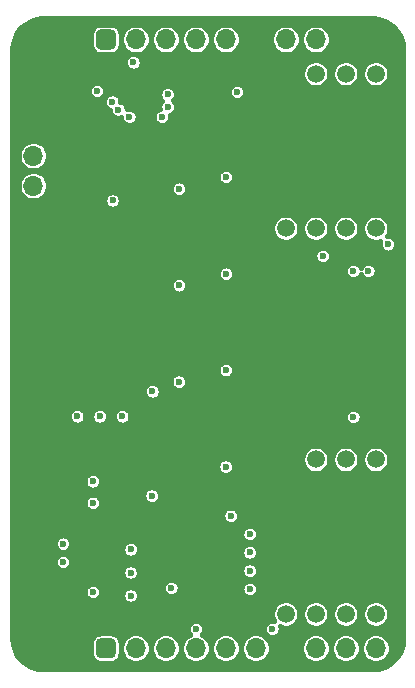
<source format=gbr>
G04 #@! TF.GenerationSoftware,KiCad,Pcbnew,(5.1.6)-1*
G04 #@! TF.CreationDate,2020-06-03T08:45:57+03:00*
G04 #@! TF.ProjectId,TMCM-0021 v1.0,544d434d-2d30-4303-9231-2076312e302e,rev?*
G04 #@! TF.SameCoordinates,Original*
G04 #@! TF.FileFunction,Copper,L2,Inr*
G04 #@! TF.FilePolarity,Positive*
%FSLAX46Y46*%
G04 Gerber Fmt 4.6, Leading zero omitted, Abs format (unit mm)*
G04 Created by KiCad (PCBNEW (5.1.6)-1) date 2020-06-03 08:45:57*
%MOMM*%
%LPD*%
G01*
G04 APERTURE LIST*
G04 #@! TA.AperFunction,ViaPad*
%ADD10O,1.700000X1.700000*%
G04 #@! TD*
G04 #@! TA.AperFunction,ViaPad*
%ADD11C,1.500000*%
G04 #@! TD*
G04 #@! TA.AperFunction,ViaPad*
%ADD12C,5.600000*%
G04 #@! TD*
G04 #@! TA.AperFunction,ViaPad*
%ADD13C,0.600000*%
G04 #@! TD*
G04 #@! TA.AperFunction,Conductor*
%ADD14C,0.400000*%
G04 #@! TD*
G04 APERTURE END LIST*
D10*
X31230000Y2230000D03*
X28690000Y2230000D03*
X26150000Y2230000D03*
X23610000Y2230000D03*
X21070000Y2230000D03*
X18530000Y2230000D03*
X15990000Y2230000D03*
X13450000Y2230000D03*
X10910000Y2230000D03*
G04 #@! TA.AperFunction,ViaPad*
G36*
G01*
X7919500Y3080000D02*
X8820500Y3080000D01*
G75*
G02*
X9220000Y2680500I0J-399500D01*
G01*
X9220000Y1779500D01*
G75*
G02*
X8820500Y1380000I-399500J0D01*
G01*
X7919500Y1380000D01*
G75*
G02*
X7520000Y1779500I0J399500D01*
G01*
X7520000Y2680500D01*
G75*
G02*
X7919500Y3080000I399500J0D01*
G01*
G37*
G04 #@! TD.AperFunction*
X31230000Y53770000D03*
X28690000Y53770000D03*
X26150000Y53770000D03*
X23610000Y53770000D03*
X21070000Y53770000D03*
X18530000Y53770000D03*
X15990000Y53770000D03*
X13450000Y53770000D03*
X10910000Y53770000D03*
G04 #@! TA.AperFunction,ViaPad*
G36*
G01*
X7919500Y54620000D02*
X8820500Y54620000D01*
G75*
G02*
X9220000Y54220500I0J-399500D01*
G01*
X9220000Y53319500D01*
G75*
G02*
X8820500Y52920000I-399500J0D01*
G01*
X7919500Y52920000D01*
G75*
G02*
X7520000Y53319500I0J399500D01*
G01*
X7520000Y54220500D01*
G75*
G02*
X7919500Y54620000I399500J0D01*
G01*
G37*
G04 #@! TD.AperFunction*
D11*
X23610000Y5130000D03*
X23610000Y18210000D03*
X26150000Y5130000D03*
X26150000Y18210000D03*
X28690000Y5130000D03*
X28690000Y18210000D03*
X31230000Y5130000D03*
X31230000Y18210000D03*
X23610000Y37790000D03*
X23610000Y50870000D03*
X26150000Y37790000D03*
X26150000Y50870000D03*
X28690000Y37790000D03*
X28690000Y50870000D03*
X31230000Y37790000D03*
X31230000Y50870000D03*
D12*
X3500000Y52500000D03*
X3500000Y3500000D03*
D10*
X2230000Y41390000D03*
X2230000Y43930000D03*
D13*
X9370000Y42670000D03*
X8640000Y43580000D03*
X8640000Y41780000D03*
X12270000Y16360000D03*
X5340000Y25460000D03*
X12310000Y22400000D03*
X18510000Y22270000D03*
X18530000Y30430000D03*
X15490000Y30430000D03*
X18540000Y38600000D03*
X15500000Y38600000D03*
X15460000Y22270000D03*
X18540000Y46760000D03*
X15510000Y46760000D03*
X15510000Y49320000D03*
X15490000Y14980000D03*
X16430000Y12460000D03*
X16910000Y8150000D03*
X28050000Y21820000D03*
X26780000Y34180000D03*
X12050000Y12580000D03*
X7850000Y20900000D03*
X8930000Y45210000D03*
X13610000Y48070000D03*
X19490000Y49330000D03*
X10470000Y6690000D03*
X13910000Y7340000D03*
X13600000Y49130000D03*
X18950000Y13440000D03*
X9440000Y47830000D03*
X8910000Y48500000D03*
X5950000Y21870000D03*
X7850000Y21870000D03*
X9760000Y21870000D03*
X29320000Y34180000D03*
X30600000Y34180000D03*
X7270000Y6990000D03*
X7270000Y14540002D03*
X14560000Y41140000D03*
X12260000Y15150000D03*
X14560000Y32960000D03*
X20550000Y11890000D03*
X20550000Y7240000D03*
X14550000Y24790000D03*
X12310000Y23980000D03*
X4750000Y11090000D03*
X4750000Y9540000D03*
X20550000Y10340000D03*
X20550000Y8790000D03*
X18510000Y17600000D03*
X18530000Y25770000D03*
X18540000Y33940000D03*
X18530000Y42120000D03*
X10700000Y51840000D03*
X7620000Y49410000D03*
X10370000Y47220000D03*
X13110000Y47220000D03*
X10470000Y8640000D03*
X29320000Y21820000D03*
X22470000Y3870000D03*
X16010000Y3870000D03*
X32260000Y36430000D03*
X26730000Y35450000D03*
X10470000Y10610000D03*
X7270000Y16360000D03*
X8939998Y40140002D03*
D14*
G36*
X31494876Y55499319D02*
G01*
X31970906Y55355597D01*
X32409957Y55122150D01*
X32795296Y54807875D01*
X33112258Y54424734D01*
X33348761Y53987330D01*
X33495803Y53512316D01*
X33550001Y52996656D01*
X33550000Y3022005D01*
X33499319Y2505124D01*
X33355596Y2029090D01*
X33122152Y1590046D01*
X32807875Y1204704D01*
X32424735Y887743D01*
X31987329Y651239D01*
X31512316Y504197D01*
X30996664Y450000D01*
X3022005Y450000D01*
X2505124Y500681D01*
X2029090Y644404D01*
X1590046Y877848D01*
X1204704Y1192125D01*
X887743Y1575265D01*
X651239Y2012671D01*
X504197Y2487684D01*
X483932Y2680500D01*
X7118065Y2680500D01*
X7118065Y1779500D01*
X7133464Y1623148D01*
X7179071Y1472804D01*
X7253131Y1334247D01*
X7352800Y1212800D01*
X7474247Y1113131D01*
X7612804Y1039071D01*
X7763148Y993464D01*
X7919500Y978065D01*
X8820500Y978065D01*
X8976852Y993464D01*
X9127196Y1039071D01*
X9265753Y1113131D01*
X9387200Y1212800D01*
X9486869Y1334247D01*
X9560929Y1472804D01*
X9606536Y1623148D01*
X9621935Y1779500D01*
X9621935Y2353114D01*
X9660000Y2353114D01*
X9660000Y2106886D01*
X9708037Y1865389D01*
X9802265Y1637903D01*
X9939062Y1433172D01*
X10113172Y1259062D01*
X10317903Y1122265D01*
X10545389Y1028037D01*
X10786886Y980000D01*
X11033114Y980000D01*
X11274611Y1028037D01*
X11502097Y1122265D01*
X11706828Y1259062D01*
X11880938Y1433172D01*
X12017735Y1637903D01*
X12111963Y1865389D01*
X12160000Y2106886D01*
X12160000Y2353114D01*
X12200000Y2353114D01*
X12200000Y2106886D01*
X12248037Y1865389D01*
X12342265Y1637903D01*
X12479062Y1433172D01*
X12653172Y1259062D01*
X12857903Y1122265D01*
X13085389Y1028037D01*
X13326886Y980000D01*
X13573114Y980000D01*
X13814611Y1028037D01*
X14042097Y1122265D01*
X14246828Y1259062D01*
X14420938Y1433172D01*
X14557735Y1637903D01*
X14651963Y1865389D01*
X14700000Y2106886D01*
X14700000Y2353114D01*
X14740000Y2353114D01*
X14740000Y2106886D01*
X14788037Y1865389D01*
X14882265Y1637903D01*
X15019062Y1433172D01*
X15193172Y1259062D01*
X15397903Y1122265D01*
X15625389Y1028037D01*
X15866886Y980000D01*
X16113114Y980000D01*
X16354611Y1028037D01*
X16582097Y1122265D01*
X16786828Y1259062D01*
X16960938Y1433172D01*
X17097735Y1637903D01*
X17191963Y1865389D01*
X17240000Y2106886D01*
X17240000Y2353114D01*
X17280000Y2353114D01*
X17280000Y2106886D01*
X17328037Y1865389D01*
X17422265Y1637903D01*
X17559062Y1433172D01*
X17733172Y1259062D01*
X17937903Y1122265D01*
X18165389Y1028037D01*
X18406886Y980000D01*
X18653114Y980000D01*
X18894611Y1028037D01*
X19122097Y1122265D01*
X19326828Y1259062D01*
X19500938Y1433172D01*
X19637735Y1637903D01*
X19731963Y1865389D01*
X19780000Y2106886D01*
X19780000Y2353114D01*
X19820000Y2353114D01*
X19820000Y2106886D01*
X19868037Y1865389D01*
X19962265Y1637903D01*
X20099062Y1433172D01*
X20273172Y1259062D01*
X20477903Y1122265D01*
X20705389Y1028037D01*
X20946886Y980000D01*
X21193114Y980000D01*
X21434611Y1028037D01*
X21662097Y1122265D01*
X21866828Y1259062D01*
X22040938Y1433172D01*
X22177735Y1637903D01*
X22271963Y1865389D01*
X22320000Y2106886D01*
X22320000Y2353114D01*
X24900000Y2353114D01*
X24900000Y2106886D01*
X24948037Y1865389D01*
X25042265Y1637903D01*
X25179062Y1433172D01*
X25353172Y1259062D01*
X25557903Y1122265D01*
X25785389Y1028037D01*
X26026886Y980000D01*
X26273114Y980000D01*
X26514611Y1028037D01*
X26742097Y1122265D01*
X26946828Y1259062D01*
X27120938Y1433172D01*
X27257735Y1637903D01*
X27351963Y1865389D01*
X27400000Y2106886D01*
X27400000Y2353114D01*
X27440000Y2353114D01*
X27440000Y2106886D01*
X27488037Y1865389D01*
X27582265Y1637903D01*
X27719062Y1433172D01*
X27893172Y1259062D01*
X28097903Y1122265D01*
X28325389Y1028037D01*
X28566886Y980000D01*
X28813114Y980000D01*
X29054611Y1028037D01*
X29282097Y1122265D01*
X29486828Y1259062D01*
X29660938Y1433172D01*
X29797735Y1637903D01*
X29891963Y1865389D01*
X29940000Y2106886D01*
X29940000Y2353114D01*
X29980000Y2353114D01*
X29980000Y2106886D01*
X30028037Y1865389D01*
X30122265Y1637903D01*
X30259062Y1433172D01*
X30433172Y1259062D01*
X30637903Y1122265D01*
X30865389Y1028037D01*
X31106886Y980000D01*
X31353114Y980000D01*
X31594611Y1028037D01*
X31822097Y1122265D01*
X32026828Y1259062D01*
X32200938Y1433172D01*
X32337735Y1637903D01*
X32431963Y1865389D01*
X32480000Y2106886D01*
X32480000Y2353114D01*
X32431963Y2594611D01*
X32337735Y2822097D01*
X32200938Y3026828D01*
X32026828Y3200938D01*
X31822097Y3337735D01*
X31594611Y3431963D01*
X31353114Y3480000D01*
X31106886Y3480000D01*
X30865389Y3431963D01*
X30637903Y3337735D01*
X30433172Y3200938D01*
X30259062Y3026828D01*
X30122265Y2822097D01*
X30028037Y2594611D01*
X29980000Y2353114D01*
X29940000Y2353114D01*
X29891963Y2594611D01*
X29797735Y2822097D01*
X29660938Y3026828D01*
X29486828Y3200938D01*
X29282097Y3337735D01*
X29054611Y3431963D01*
X28813114Y3480000D01*
X28566886Y3480000D01*
X28325389Y3431963D01*
X28097903Y3337735D01*
X27893172Y3200938D01*
X27719062Y3026828D01*
X27582265Y2822097D01*
X27488037Y2594611D01*
X27440000Y2353114D01*
X27400000Y2353114D01*
X27351963Y2594611D01*
X27257735Y2822097D01*
X27120938Y3026828D01*
X26946828Y3200938D01*
X26742097Y3337735D01*
X26514611Y3431963D01*
X26273114Y3480000D01*
X26026886Y3480000D01*
X25785389Y3431963D01*
X25557903Y3337735D01*
X25353172Y3200938D01*
X25179062Y3026828D01*
X25042265Y2822097D01*
X24948037Y2594611D01*
X24900000Y2353114D01*
X22320000Y2353114D01*
X22271963Y2594611D01*
X22177735Y2822097D01*
X22040938Y3026828D01*
X21866828Y3200938D01*
X21662097Y3337735D01*
X21434611Y3431963D01*
X21193114Y3480000D01*
X20946886Y3480000D01*
X20705389Y3431963D01*
X20477903Y3337735D01*
X20273172Y3200938D01*
X20099062Y3026828D01*
X19962265Y2822097D01*
X19868037Y2594611D01*
X19820000Y2353114D01*
X19780000Y2353114D01*
X19731963Y2594611D01*
X19637735Y2822097D01*
X19500938Y3026828D01*
X19326828Y3200938D01*
X19122097Y3337735D01*
X18894611Y3431963D01*
X18653114Y3480000D01*
X18406886Y3480000D01*
X18165389Y3431963D01*
X17937903Y3337735D01*
X17733172Y3200938D01*
X17559062Y3026828D01*
X17422265Y2822097D01*
X17328037Y2594611D01*
X17280000Y2353114D01*
X17240000Y2353114D01*
X17191963Y2594611D01*
X17097735Y2822097D01*
X16960938Y3026828D01*
X16786828Y3200938D01*
X16582097Y3337735D01*
X16501196Y3371246D01*
X16553726Y3423776D01*
X16630332Y3538426D01*
X16683099Y3665818D01*
X16710000Y3801056D01*
X16710000Y3938944D01*
X21770000Y3938944D01*
X21770000Y3801056D01*
X21796901Y3665818D01*
X21849668Y3538426D01*
X21926274Y3423776D01*
X22023776Y3326274D01*
X22138426Y3249668D01*
X22265818Y3196901D01*
X22401056Y3170000D01*
X22538944Y3170000D01*
X22674182Y3196901D01*
X22801574Y3249668D01*
X22916224Y3326274D01*
X23013726Y3423776D01*
X23090332Y3538426D01*
X23143099Y3665818D01*
X23170000Y3801056D01*
X23170000Y3938944D01*
X23143099Y4074182D01*
X23140867Y4079571D01*
X23274557Y4024194D01*
X23496735Y3980000D01*
X23723265Y3980000D01*
X23945443Y4024194D01*
X24154729Y4110884D01*
X24343082Y4236737D01*
X24503263Y4396918D01*
X24629116Y4585271D01*
X24715806Y4794557D01*
X24760000Y5016735D01*
X24760000Y5243265D01*
X25000000Y5243265D01*
X25000000Y5016735D01*
X25044194Y4794557D01*
X25130884Y4585271D01*
X25256737Y4396918D01*
X25416918Y4236737D01*
X25605271Y4110884D01*
X25814557Y4024194D01*
X26036735Y3980000D01*
X26263265Y3980000D01*
X26485443Y4024194D01*
X26694729Y4110884D01*
X26883082Y4236737D01*
X27043263Y4396918D01*
X27169116Y4585271D01*
X27255806Y4794557D01*
X27300000Y5016735D01*
X27300000Y5243265D01*
X27540000Y5243265D01*
X27540000Y5016735D01*
X27584194Y4794557D01*
X27670884Y4585271D01*
X27796737Y4396918D01*
X27956918Y4236737D01*
X28145271Y4110884D01*
X28354557Y4024194D01*
X28576735Y3980000D01*
X28803265Y3980000D01*
X29025443Y4024194D01*
X29234729Y4110884D01*
X29423082Y4236737D01*
X29583263Y4396918D01*
X29709116Y4585271D01*
X29795806Y4794557D01*
X29840000Y5016735D01*
X29840000Y5243265D01*
X30080000Y5243265D01*
X30080000Y5016735D01*
X30124194Y4794557D01*
X30210884Y4585271D01*
X30336737Y4396918D01*
X30496918Y4236737D01*
X30685271Y4110884D01*
X30894557Y4024194D01*
X31116735Y3980000D01*
X31343265Y3980000D01*
X31565443Y4024194D01*
X31774729Y4110884D01*
X31963082Y4236737D01*
X32123263Y4396918D01*
X32249116Y4585271D01*
X32335806Y4794557D01*
X32380000Y5016735D01*
X32380000Y5243265D01*
X32335806Y5465443D01*
X32249116Y5674729D01*
X32123263Y5863082D01*
X31963082Y6023263D01*
X31774729Y6149116D01*
X31565443Y6235806D01*
X31343265Y6280000D01*
X31116735Y6280000D01*
X30894557Y6235806D01*
X30685271Y6149116D01*
X30496918Y6023263D01*
X30336737Y5863082D01*
X30210884Y5674729D01*
X30124194Y5465443D01*
X30080000Y5243265D01*
X29840000Y5243265D01*
X29795806Y5465443D01*
X29709116Y5674729D01*
X29583263Y5863082D01*
X29423082Y6023263D01*
X29234729Y6149116D01*
X29025443Y6235806D01*
X28803265Y6280000D01*
X28576735Y6280000D01*
X28354557Y6235806D01*
X28145271Y6149116D01*
X27956918Y6023263D01*
X27796737Y5863082D01*
X27670884Y5674729D01*
X27584194Y5465443D01*
X27540000Y5243265D01*
X27300000Y5243265D01*
X27255806Y5465443D01*
X27169116Y5674729D01*
X27043263Y5863082D01*
X26883082Y6023263D01*
X26694729Y6149116D01*
X26485443Y6235806D01*
X26263265Y6280000D01*
X26036735Y6280000D01*
X25814557Y6235806D01*
X25605271Y6149116D01*
X25416918Y6023263D01*
X25256737Y5863082D01*
X25130884Y5674729D01*
X25044194Y5465443D01*
X25000000Y5243265D01*
X24760000Y5243265D01*
X24715806Y5465443D01*
X24629116Y5674729D01*
X24503263Y5863082D01*
X24343082Y6023263D01*
X24154729Y6149116D01*
X23945443Y6235806D01*
X23723265Y6280000D01*
X23496735Y6280000D01*
X23274557Y6235806D01*
X23065271Y6149116D01*
X22876918Y6023263D01*
X22716737Y5863082D01*
X22590884Y5674729D01*
X22504194Y5465443D01*
X22460000Y5243265D01*
X22460000Y5016735D01*
X22504194Y4794557D01*
X22590884Y4585271D01*
X22610613Y4555744D01*
X22538944Y4570000D01*
X22401056Y4570000D01*
X22265818Y4543099D01*
X22138426Y4490332D01*
X22023776Y4413726D01*
X21926274Y4316224D01*
X21849668Y4201574D01*
X21796901Y4074182D01*
X21770000Y3938944D01*
X16710000Y3938944D01*
X16683099Y4074182D01*
X16630332Y4201574D01*
X16553726Y4316224D01*
X16456224Y4413726D01*
X16341574Y4490332D01*
X16214182Y4543099D01*
X16078944Y4570000D01*
X15941056Y4570000D01*
X15805818Y4543099D01*
X15678426Y4490332D01*
X15563776Y4413726D01*
X15466274Y4316224D01*
X15389668Y4201574D01*
X15336901Y4074182D01*
X15310000Y3938944D01*
X15310000Y3801056D01*
X15336901Y3665818D01*
X15389668Y3538426D01*
X15466274Y3423776D01*
X15507089Y3382961D01*
X15397903Y3337735D01*
X15193172Y3200938D01*
X15019062Y3026828D01*
X14882265Y2822097D01*
X14788037Y2594611D01*
X14740000Y2353114D01*
X14700000Y2353114D01*
X14651963Y2594611D01*
X14557735Y2822097D01*
X14420938Y3026828D01*
X14246828Y3200938D01*
X14042097Y3337735D01*
X13814611Y3431963D01*
X13573114Y3480000D01*
X13326886Y3480000D01*
X13085389Y3431963D01*
X12857903Y3337735D01*
X12653172Y3200938D01*
X12479062Y3026828D01*
X12342265Y2822097D01*
X12248037Y2594611D01*
X12200000Y2353114D01*
X12160000Y2353114D01*
X12111963Y2594611D01*
X12017735Y2822097D01*
X11880938Y3026828D01*
X11706828Y3200938D01*
X11502097Y3337735D01*
X11274611Y3431963D01*
X11033114Y3480000D01*
X10786886Y3480000D01*
X10545389Y3431963D01*
X10317903Y3337735D01*
X10113172Y3200938D01*
X9939062Y3026828D01*
X9802265Y2822097D01*
X9708037Y2594611D01*
X9660000Y2353114D01*
X9621935Y2353114D01*
X9621935Y2680500D01*
X9606536Y2836852D01*
X9560929Y2987196D01*
X9486869Y3125753D01*
X9387200Y3247200D01*
X9265753Y3346869D01*
X9127196Y3420929D01*
X8976852Y3466536D01*
X8820500Y3481935D01*
X7919500Y3481935D01*
X7763148Y3466536D01*
X7612804Y3420929D01*
X7474247Y3346869D01*
X7352800Y3247200D01*
X7253131Y3125753D01*
X7179071Y2987196D01*
X7133464Y2836852D01*
X7118065Y2680500D01*
X483932Y2680500D01*
X450000Y3003336D01*
X450000Y7058944D01*
X6570000Y7058944D01*
X6570000Y6921056D01*
X6596901Y6785818D01*
X6649668Y6658426D01*
X6726274Y6543776D01*
X6823776Y6446274D01*
X6938426Y6369668D01*
X7065818Y6316901D01*
X7201056Y6290000D01*
X7338944Y6290000D01*
X7474182Y6316901D01*
X7601574Y6369668D01*
X7716224Y6446274D01*
X7813726Y6543776D01*
X7890332Y6658426D01*
X7931967Y6758944D01*
X9770000Y6758944D01*
X9770000Y6621056D01*
X9796901Y6485818D01*
X9849668Y6358426D01*
X9926274Y6243776D01*
X10023776Y6146274D01*
X10138426Y6069668D01*
X10265818Y6016901D01*
X10401056Y5990000D01*
X10538944Y5990000D01*
X10674182Y6016901D01*
X10801574Y6069668D01*
X10916224Y6146274D01*
X11013726Y6243776D01*
X11090332Y6358426D01*
X11143099Y6485818D01*
X11170000Y6621056D01*
X11170000Y6758944D01*
X11143099Y6894182D01*
X11090332Y7021574D01*
X11013726Y7136224D01*
X10916224Y7233726D01*
X10801574Y7310332D01*
X10674182Y7363099D01*
X10538944Y7390000D01*
X10401056Y7390000D01*
X10265818Y7363099D01*
X10138426Y7310332D01*
X10023776Y7233726D01*
X9926274Y7136224D01*
X9849668Y7021574D01*
X9796901Y6894182D01*
X9770000Y6758944D01*
X7931967Y6758944D01*
X7943099Y6785818D01*
X7970000Y6921056D01*
X7970000Y7058944D01*
X7943099Y7194182D01*
X7890332Y7321574D01*
X7831954Y7408944D01*
X13210000Y7408944D01*
X13210000Y7271056D01*
X13236901Y7135818D01*
X13289668Y7008426D01*
X13366274Y6893776D01*
X13463776Y6796274D01*
X13578426Y6719668D01*
X13705818Y6666901D01*
X13841056Y6640000D01*
X13978944Y6640000D01*
X14114182Y6666901D01*
X14241574Y6719668D01*
X14356224Y6796274D01*
X14453726Y6893776D01*
X14530332Y7008426D01*
X14583099Y7135818D01*
X14610000Y7271056D01*
X14610000Y7308944D01*
X19850000Y7308944D01*
X19850000Y7171056D01*
X19876901Y7035818D01*
X19929668Y6908426D01*
X20006274Y6793776D01*
X20103776Y6696274D01*
X20218426Y6619668D01*
X20345818Y6566901D01*
X20481056Y6540000D01*
X20618944Y6540000D01*
X20754182Y6566901D01*
X20881574Y6619668D01*
X20996224Y6696274D01*
X21093726Y6793776D01*
X21170332Y6908426D01*
X21223099Y7035818D01*
X21250000Y7171056D01*
X21250000Y7308944D01*
X21223099Y7444182D01*
X21170332Y7571574D01*
X21093726Y7686224D01*
X20996224Y7783726D01*
X20881574Y7860332D01*
X20754182Y7913099D01*
X20618944Y7940000D01*
X20481056Y7940000D01*
X20345818Y7913099D01*
X20218426Y7860332D01*
X20103776Y7783726D01*
X20006274Y7686224D01*
X19929668Y7571574D01*
X19876901Y7444182D01*
X19850000Y7308944D01*
X14610000Y7308944D01*
X14610000Y7408944D01*
X14583099Y7544182D01*
X14530332Y7671574D01*
X14453726Y7786224D01*
X14356224Y7883726D01*
X14241574Y7960332D01*
X14114182Y8013099D01*
X13978944Y8040000D01*
X13841056Y8040000D01*
X13705818Y8013099D01*
X13578426Y7960332D01*
X13463776Y7883726D01*
X13366274Y7786224D01*
X13289668Y7671574D01*
X13236901Y7544182D01*
X13210000Y7408944D01*
X7831954Y7408944D01*
X7813726Y7436224D01*
X7716224Y7533726D01*
X7601574Y7610332D01*
X7474182Y7663099D01*
X7338944Y7690000D01*
X7201056Y7690000D01*
X7065818Y7663099D01*
X6938426Y7610332D01*
X6823776Y7533726D01*
X6726274Y7436224D01*
X6649668Y7321574D01*
X6596901Y7194182D01*
X6570000Y7058944D01*
X450000Y7058944D01*
X450000Y8708944D01*
X9770000Y8708944D01*
X9770000Y8571056D01*
X9796901Y8435818D01*
X9849668Y8308426D01*
X9926274Y8193776D01*
X10023776Y8096274D01*
X10138426Y8019668D01*
X10265818Y7966901D01*
X10401056Y7940000D01*
X10538944Y7940000D01*
X10674182Y7966901D01*
X10801574Y8019668D01*
X10916224Y8096274D01*
X11013726Y8193776D01*
X11090332Y8308426D01*
X11143099Y8435818D01*
X11170000Y8571056D01*
X11170000Y8708944D01*
X11143099Y8844182D01*
X11136985Y8858944D01*
X19850000Y8858944D01*
X19850000Y8721056D01*
X19876901Y8585818D01*
X19929668Y8458426D01*
X20006274Y8343776D01*
X20103776Y8246274D01*
X20218426Y8169668D01*
X20345818Y8116901D01*
X20481056Y8090000D01*
X20618944Y8090000D01*
X20754182Y8116901D01*
X20881574Y8169668D01*
X20996224Y8246274D01*
X21093726Y8343776D01*
X21170332Y8458426D01*
X21223099Y8585818D01*
X21250000Y8721056D01*
X21250000Y8858944D01*
X21223099Y8994182D01*
X21170332Y9121574D01*
X21093726Y9236224D01*
X20996224Y9333726D01*
X20881574Y9410332D01*
X20754182Y9463099D01*
X20618944Y9490000D01*
X20481056Y9490000D01*
X20345818Y9463099D01*
X20218426Y9410332D01*
X20103776Y9333726D01*
X20006274Y9236224D01*
X19929668Y9121574D01*
X19876901Y8994182D01*
X19850000Y8858944D01*
X11136985Y8858944D01*
X11090332Y8971574D01*
X11013726Y9086224D01*
X10916224Y9183726D01*
X10801574Y9260332D01*
X10674182Y9313099D01*
X10538944Y9340000D01*
X10401056Y9340000D01*
X10265818Y9313099D01*
X10138426Y9260332D01*
X10023776Y9183726D01*
X9926274Y9086224D01*
X9849668Y8971574D01*
X9796901Y8844182D01*
X9770000Y8708944D01*
X450000Y8708944D01*
X450000Y9608944D01*
X4050000Y9608944D01*
X4050000Y9471056D01*
X4076901Y9335818D01*
X4129668Y9208426D01*
X4206274Y9093776D01*
X4303776Y8996274D01*
X4418426Y8919668D01*
X4545818Y8866901D01*
X4681056Y8840000D01*
X4818944Y8840000D01*
X4954182Y8866901D01*
X5081574Y8919668D01*
X5196224Y8996274D01*
X5293726Y9093776D01*
X5370332Y9208426D01*
X5423099Y9335818D01*
X5450000Y9471056D01*
X5450000Y9608944D01*
X5423099Y9744182D01*
X5370332Y9871574D01*
X5293726Y9986224D01*
X5196224Y10083726D01*
X5081574Y10160332D01*
X4954182Y10213099D01*
X4818944Y10240000D01*
X4681056Y10240000D01*
X4545818Y10213099D01*
X4418426Y10160332D01*
X4303776Y10083726D01*
X4206274Y9986224D01*
X4129668Y9871574D01*
X4076901Y9744182D01*
X4050000Y9608944D01*
X450000Y9608944D01*
X450000Y11158944D01*
X4050000Y11158944D01*
X4050000Y11021056D01*
X4076901Y10885818D01*
X4129668Y10758426D01*
X4206274Y10643776D01*
X4303776Y10546274D01*
X4418426Y10469668D01*
X4545818Y10416901D01*
X4681056Y10390000D01*
X4818944Y10390000D01*
X4954182Y10416901D01*
X5081574Y10469668D01*
X5196224Y10546274D01*
X5293726Y10643776D01*
X5317224Y10678944D01*
X9770000Y10678944D01*
X9770000Y10541056D01*
X9796901Y10405818D01*
X9849668Y10278426D01*
X9926274Y10163776D01*
X10023776Y10066274D01*
X10138426Y9989668D01*
X10265818Y9936901D01*
X10401056Y9910000D01*
X10538944Y9910000D01*
X10674182Y9936901D01*
X10801574Y9989668D01*
X10916224Y10066274D01*
X11013726Y10163776D01*
X11090332Y10278426D01*
X11143099Y10405818D01*
X11143720Y10408944D01*
X19850000Y10408944D01*
X19850000Y10271056D01*
X19876901Y10135818D01*
X19929668Y10008426D01*
X20006274Y9893776D01*
X20103776Y9796274D01*
X20218426Y9719668D01*
X20345818Y9666901D01*
X20481056Y9640000D01*
X20618944Y9640000D01*
X20754182Y9666901D01*
X20881574Y9719668D01*
X20996224Y9796274D01*
X21093726Y9893776D01*
X21170332Y10008426D01*
X21223099Y10135818D01*
X21250000Y10271056D01*
X21250000Y10408944D01*
X21223099Y10544182D01*
X21170332Y10671574D01*
X21093726Y10786224D01*
X20996224Y10883726D01*
X20881574Y10960332D01*
X20754182Y11013099D01*
X20618944Y11040000D01*
X20481056Y11040000D01*
X20345818Y11013099D01*
X20218426Y10960332D01*
X20103776Y10883726D01*
X20006274Y10786224D01*
X19929668Y10671574D01*
X19876901Y10544182D01*
X19850000Y10408944D01*
X11143720Y10408944D01*
X11170000Y10541056D01*
X11170000Y10678944D01*
X11143099Y10814182D01*
X11090332Y10941574D01*
X11013726Y11056224D01*
X10916224Y11153726D01*
X10801574Y11230332D01*
X10674182Y11283099D01*
X10538944Y11310000D01*
X10401056Y11310000D01*
X10265818Y11283099D01*
X10138426Y11230332D01*
X10023776Y11153726D01*
X9926274Y11056224D01*
X9849668Y10941574D01*
X9796901Y10814182D01*
X9770000Y10678944D01*
X5317224Y10678944D01*
X5370332Y10758426D01*
X5423099Y10885818D01*
X5450000Y11021056D01*
X5450000Y11158944D01*
X5423099Y11294182D01*
X5370332Y11421574D01*
X5293726Y11536224D01*
X5196224Y11633726D01*
X5081574Y11710332D01*
X4954182Y11763099D01*
X4818944Y11790000D01*
X4681056Y11790000D01*
X4545818Y11763099D01*
X4418426Y11710332D01*
X4303776Y11633726D01*
X4206274Y11536224D01*
X4129668Y11421574D01*
X4076901Y11294182D01*
X4050000Y11158944D01*
X450000Y11158944D01*
X450000Y11958944D01*
X19850000Y11958944D01*
X19850000Y11821056D01*
X19876901Y11685818D01*
X19929668Y11558426D01*
X20006274Y11443776D01*
X20103776Y11346274D01*
X20218426Y11269668D01*
X20345818Y11216901D01*
X20481056Y11190000D01*
X20618944Y11190000D01*
X20754182Y11216901D01*
X20881574Y11269668D01*
X20996224Y11346274D01*
X21093726Y11443776D01*
X21170332Y11558426D01*
X21223099Y11685818D01*
X21250000Y11821056D01*
X21250000Y11958944D01*
X21223099Y12094182D01*
X21170332Y12221574D01*
X21093726Y12336224D01*
X20996224Y12433726D01*
X20881574Y12510332D01*
X20754182Y12563099D01*
X20618944Y12590000D01*
X20481056Y12590000D01*
X20345818Y12563099D01*
X20218426Y12510332D01*
X20103776Y12433726D01*
X20006274Y12336224D01*
X19929668Y12221574D01*
X19876901Y12094182D01*
X19850000Y11958944D01*
X450000Y11958944D01*
X450000Y13508944D01*
X18250000Y13508944D01*
X18250000Y13371056D01*
X18276901Y13235818D01*
X18329668Y13108426D01*
X18406274Y12993776D01*
X18503776Y12896274D01*
X18618426Y12819668D01*
X18745818Y12766901D01*
X18881056Y12740000D01*
X19018944Y12740000D01*
X19154182Y12766901D01*
X19281574Y12819668D01*
X19396224Y12896274D01*
X19493726Y12993776D01*
X19570332Y13108426D01*
X19623099Y13235818D01*
X19650000Y13371056D01*
X19650000Y13508944D01*
X19623099Y13644182D01*
X19570332Y13771574D01*
X19493726Y13886224D01*
X19396224Y13983726D01*
X19281574Y14060332D01*
X19154182Y14113099D01*
X19018944Y14140000D01*
X18881056Y14140000D01*
X18745818Y14113099D01*
X18618426Y14060332D01*
X18503776Y13983726D01*
X18406274Y13886224D01*
X18329668Y13771574D01*
X18276901Y13644182D01*
X18250000Y13508944D01*
X450000Y13508944D01*
X450000Y14608946D01*
X6570000Y14608946D01*
X6570000Y14471058D01*
X6596901Y14335820D01*
X6649668Y14208428D01*
X6726274Y14093778D01*
X6823776Y13996276D01*
X6938426Y13919670D01*
X7065818Y13866903D01*
X7201056Y13840002D01*
X7338944Y13840002D01*
X7474182Y13866903D01*
X7601574Y13919670D01*
X7716224Y13996276D01*
X7813726Y14093778D01*
X7890332Y14208428D01*
X7943099Y14335820D01*
X7970000Y14471058D01*
X7970000Y14608946D01*
X7943099Y14744184D01*
X7890332Y14871576D01*
X7813726Y14986226D01*
X7716224Y15083728D01*
X7601574Y15160334D01*
X7474182Y15213101D01*
X7444808Y15218944D01*
X11560000Y15218944D01*
X11560000Y15081056D01*
X11586901Y14945818D01*
X11639668Y14818426D01*
X11716274Y14703776D01*
X11813776Y14606274D01*
X11928426Y14529668D01*
X12055818Y14476901D01*
X12191056Y14450000D01*
X12328944Y14450000D01*
X12464182Y14476901D01*
X12591574Y14529668D01*
X12706224Y14606274D01*
X12803726Y14703776D01*
X12880332Y14818426D01*
X12933099Y14945818D01*
X12960000Y15081056D01*
X12960000Y15218944D01*
X12933099Y15354182D01*
X12880332Y15481574D01*
X12803726Y15596224D01*
X12706224Y15693726D01*
X12591574Y15770332D01*
X12464182Y15823099D01*
X12328944Y15850000D01*
X12191056Y15850000D01*
X12055818Y15823099D01*
X11928426Y15770332D01*
X11813776Y15693726D01*
X11716274Y15596224D01*
X11639668Y15481574D01*
X11586901Y15354182D01*
X11560000Y15218944D01*
X7444808Y15218944D01*
X7338944Y15240002D01*
X7201056Y15240002D01*
X7065818Y15213101D01*
X6938426Y15160334D01*
X6823776Y15083728D01*
X6726274Y14986226D01*
X6649668Y14871576D01*
X6596901Y14744184D01*
X6570000Y14608946D01*
X450000Y14608946D01*
X450000Y16428944D01*
X6570000Y16428944D01*
X6570000Y16291056D01*
X6596901Y16155818D01*
X6649668Y16028426D01*
X6726274Y15913776D01*
X6823776Y15816274D01*
X6938426Y15739668D01*
X7065818Y15686901D01*
X7201056Y15660000D01*
X7338944Y15660000D01*
X7474182Y15686901D01*
X7601574Y15739668D01*
X7716224Y15816274D01*
X7813726Y15913776D01*
X7890332Y16028426D01*
X7943099Y16155818D01*
X7970000Y16291056D01*
X7970000Y16428944D01*
X7943099Y16564182D01*
X7890332Y16691574D01*
X7813726Y16806224D01*
X7716224Y16903726D01*
X7601574Y16980332D01*
X7474182Y17033099D01*
X7338944Y17060000D01*
X7201056Y17060000D01*
X7065818Y17033099D01*
X6938426Y16980332D01*
X6823776Y16903726D01*
X6726274Y16806224D01*
X6649668Y16691574D01*
X6596901Y16564182D01*
X6570000Y16428944D01*
X450000Y16428944D01*
X450000Y17668944D01*
X17810000Y17668944D01*
X17810000Y17531056D01*
X17836901Y17395818D01*
X17889668Y17268426D01*
X17966274Y17153776D01*
X18063776Y17056274D01*
X18178426Y16979668D01*
X18305818Y16926901D01*
X18441056Y16900000D01*
X18578944Y16900000D01*
X18714182Y16926901D01*
X18841574Y16979668D01*
X18956224Y17056274D01*
X19053726Y17153776D01*
X19130332Y17268426D01*
X19183099Y17395818D01*
X19210000Y17531056D01*
X19210000Y17668944D01*
X19183099Y17804182D01*
X19130332Y17931574D01*
X19053726Y18046224D01*
X18956224Y18143726D01*
X18841574Y18220332D01*
X18714182Y18273099D01*
X18578944Y18300000D01*
X18441056Y18300000D01*
X18305818Y18273099D01*
X18178426Y18220332D01*
X18063776Y18143726D01*
X17966274Y18046224D01*
X17889668Y17931574D01*
X17836901Y17804182D01*
X17810000Y17668944D01*
X450000Y17668944D01*
X450000Y18323265D01*
X25000000Y18323265D01*
X25000000Y18096735D01*
X25044194Y17874557D01*
X25130884Y17665271D01*
X25256737Y17476918D01*
X25416918Y17316737D01*
X25605271Y17190884D01*
X25814557Y17104194D01*
X26036735Y17060000D01*
X26263265Y17060000D01*
X26485443Y17104194D01*
X26694729Y17190884D01*
X26883082Y17316737D01*
X27043263Y17476918D01*
X27169116Y17665271D01*
X27255806Y17874557D01*
X27300000Y18096735D01*
X27300000Y18323265D01*
X27540000Y18323265D01*
X27540000Y18096735D01*
X27584194Y17874557D01*
X27670884Y17665271D01*
X27796737Y17476918D01*
X27956918Y17316737D01*
X28145271Y17190884D01*
X28354557Y17104194D01*
X28576735Y17060000D01*
X28803265Y17060000D01*
X29025443Y17104194D01*
X29234729Y17190884D01*
X29423082Y17316737D01*
X29583263Y17476918D01*
X29709116Y17665271D01*
X29795806Y17874557D01*
X29840000Y18096735D01*
X29840000Y18323265D01*
X30080000Y18323265D01*
X30080000Y18096735D01*
X30124194Y17874557D01*
X30210884Y17665271D01*
X30336737Y17476918D01*
X30496918Y17316737D01*
X30685271Y17190884D01*
X30894557Y17104194D01*
X31116735Y17060000D01*
X31343265Y17060000D01*
X31565443Y17104194D01*
X31774729Y17190884D01*
X31963082Y17316737D01*
X32123263Y17476918D01*
X32249116Y17665271D01*
X32335806Y17874557D01*
X32380000Y18096735D01*
X32380000Y18323265D01*
X32335806Y18545443D01*
X32249116Y18754729D01*
X32123263Y18943082D01*
X31963082Y19103263D01*
X31774729Y19229116D01*
X31565443Y19315806D01*
X31343265Y19360000D01*
X31116735Y19360000D01*
X30894557Y19315806D01*
X30685271Y19229116D01*
X30496918Y19103263D01*
X30336737Y18943082D01*
X30210884Y18754729D01*
X30124194Y18545443D01*
X30080000Y18323265D01*
X29840000Y18323265D01*
X29795806Y18545443D01*
X29709116Y18754729D01*
X29583263Y18943082D01*
X29423082Y19103263D01*
X29234729Y19229116D01*
X29025443Y19315806D01*
X28803265Y19360000D01*
X28576735Y19360000D01*
X28354557Y19315806D01*
X28145271Y19229116D01*
X27956918Y19103263D01*
X27796737Y18943082D01*
X27670884Y18754729D01*
X27584194Y18545443D01*
X27540000Y18323265D01*
X27300000Y18323265D01*
X27255806Y18545443D01*
X27169116Y18754729D01*
X27043263Y18943082D01*
X26883082Y19103263D01*
X26694729Y19229116D01*
X26485443Y19315806D01*
X26263265Y19360000D01*
X26036735Y19360000D01*
X25814557Y19315806D01*
X25605271Y19229116D01*
X25416918Y19103263D01*
X25256737Y18943082D01*
X25130884Y18754729D01*
X25044194Y18545443D01*
X25000000Y18323265D01*
X450000Y18323265D01*
X450000Y21938944D01*
X5250000Y21938944D01*
X5250000Y21801056D01*
X5276901Y21665818D01*
X5329668Y21538426D01*
X5406274Y21423776D01*
X5503776Y21326274D01*
X5618426Y21249668D01*
X5745818Y21196901D01*
X5881056Y21170000D01*
X6018944Y21170000D01*
X6154182Y21196901D01*
X6281574Y21249668D01*
X6396224Y21326274D01*
X6493726Y21423776D01*
X6570332Y21538426D01*
X6623099Y21665818D01*
X6650000Y21801056D01*
X6650000Y21938944D01*
X7150000Y21938944D01*
X7150000Y21801056D01*
X7176901Y21665818D01*
X7229668Y21538426D01*
X7306274Y21423776D01*
X7403776Y21326274D01*
X7518426Y21249668D01*
X7645818Y21196901D01*
X7781056Y21170000D01*
X7918944Y21170000D01*
X8054182Y21196901D01*
X8181574Y21249668D01*
X8296224Y21326274D01*
X8393726Y21423776D01*
X8470332Y21538426D01*
X8523099Y21665818D01*
X8550000Y21801056D01*
X8550000Y21938944D01*
X9060000Y21938944D01*
X9060000Y21801056D01*
X9086901Y21665818D01*
X9139668Y21538426D01*
X9216274Y21423776D01*
X9313776Y21326274D01*
X9428426Y21249668D01*
X9555818Y21196901D01*
X9691056Y21170000D01*
X9828944Y21170000D01*
X9964182Y21196901D01*
X10091574Y21249668D01*
X10206224Y21326274D01*
X10303726Y21423776D01*
X10380332Y21538426D01*
X10433099Y21665818D01*
X10460000Y21801056D01*
X10460000Y21888944D01*
X28620000Y21888944D01*
X28620000Y21751056D01*
X28646901Y21615818D01*
X28699668Y21488426D01*
X28776274Y21373776D01*
X28873776Y21276274D01*
X28988426Y21199668D01*
X29115818Y21146901D01*
X29251056Y21120000D01*
X29388944Y21120000D01*
X29524182Y21146901D01*
X29651574Y21199668D01*
X29766224Y21276274D01*
X29863726Y21373776D01*
X29940332Y21488426D01*
X29993099Y21615818D01*
X30020000Y21751056D01*
X30020000Y21888944D01*
X29993099Y22024182D01*
X29940332Y22151574D01*
X29863726Y22266224D01*
X29766224Y22363726D01*
X29651574Y22440332D01*
X29524182Y22493099D01*
X29388944Y22520000D01*
X29251056Y22520000D01*
X29115818Y22493099D01*
X28988426Y22440332D01*
X28873776Y22363726D01*
X28776274Y22266224D01*
X28699668Y22151574D01*
X28646901Y22024182D01*
X28620000Y21888944D01*
X10460000Y21888944D01*
X10460000Y21938944D01*
X10433099Y22074182D01*
X10380332Y22201574D01*
X10303726Y22316224D01*
X10206224Y22413726D01*
X10091574Y22490332D01*
X9964182Y22543099D01*
X9828944Y22570000D01*
X9691056Y22570000D01*
X9555818Y22543099D01*
X9428426Y22490332D01*
X9313776Y22413726D01*
X9216274Y22316224D01*
X9139668Y22201574D01*
X9086901Y22074182D01*
X9060000Y21938944D01*
X8550000Y21938944D01*
X8523099Y22074182D01*
X8470332Y22201574D01*
X8393726Y22316224D01*
X8296224Y22413726D01*
X8181574Y22490332D01*
X8054182Y22543099D01*
X7918944Y22570000D01*
X7781056Y22570000D01*
X7645818Y22543099D01*
X7518426Y22490332D01*
X7403776Y22413726D01*
X7306274Y22316224D01*
X7229668Y22201574D01*
X7176901Y22074182D01*
X7150000Y21938944D01*
X6650000Y21938944D01*
X6623099Y22074182D01*
X6570332Y22201574D01*
X6493726Y22316224D01*
X6396224Y22413726D01*
X6281574Y22490332D01*
X6154182Y22543099D01*
X6018944Y22570000D01*
X5881056Y22570000D01*
X5745818Y22543099D01*
X5618426Y22490332D01*
X5503776Y22413726D01*
X5406274Y22316224D01*
X5329668Y22201574D01*
X5276901Y22074182D01*
X5250000Y21938944D01*
X450000Y21938944D01*
X450000Y24048944D01*
X11610000Y24048944D01*
X11610000Y23911056D01*
X11636901Y23775818D01*
X11689668Y23648426D01*
X11766274Y23533776D01*
X11863776Y23436274D01*
X11978426Y23359668D01*
X12105818Y23306901D01*
X12241056Y23280000D01*
X12378944Y23280000D01*
X12514182Y23306901D01*
X12641574Y23359668D01*
X12756224Y23436274D01*
X12853726Y23533776D01*
X12930332Y23648426D01*
X12983099Y23775818D01*
X13010000Y23911056D01*
X13010000Y24048944D01*
X12983099Y24184182D01*
X12930332Y24311574D01*
X12853726Y24426224D01*
X12756224Y24523726D01*
X12641574Y24600332D01*
X12514182Y24653099D01*
X12378944Y24680000D01*
X12241056Y24680000D01*
X12105818Y24653099D01*
X11978426Y24600332D01*
X11863776Y24523726D01*
X11766274Y24426224D01*
X11689668Y24311574D01*
X11636901Y24184182D01*
X11610000Y24048944D01*
X450000Y24048944D01*
X450000Y24858944D01*
X13850000Y24858944D01*
X13850000Y24721056D01*
X13876901Y24585818D01*
X13929668Y24458426D01*
X14006274Y24343776D01*
X14103776Y24246274D01*
X14218426Y24169668D01*
X14345818Y24116901D01*
X14481056Y24090000D01*
X14618944Y24090000D01*
X14754182Y24116901D01*
X14881574Y24169668D01*
X14996224Y24246274D01*
X15093726Y24343776D01*
X15170332Y24458426D01*
X15223099Y24585818D01*
X15250000Y24721056D01*
X15250000Y24858944D01*
X15223099Y24994182D01*
X15170332Y25121574D01*
X15093726Y25236224D01*
X14996224Y25333726D01*
X14881574Y25410332D01*
X14754182Y25463099D01*
X14618944Y25490000D01*
X14481056Y25490000D01*
X14345818Y25463099D01*
X14218426Y25410332D01*
X14103776Y25333726D01*
X14006274Y25236224D01*
X13929668Y25121574D01*
X13876901Y24994182D01*
X13850000Y24858944D01*
X450000Y24858944D01*
X450000Y25838944D01*
X17830000Y25838944D01*
X17830000Y25701056D01*
X17856901Y25565818D01*
X17909668Y25438426D01*
X17986274Y25323776D01*
X18083776Y25226274D01*
X18198426Y25149668D01*
X18325818Y25096901D01*
X18461056Y25070000D01*
X18598944Y25070000D01*
X18734182Y25096901D01*
X18861574Y25149668D01*
X18976224Y25226274D01*
X19073726Y25323776D01*
X19150332Y25438426D01*
X19203099Y25565818D01*
X19230000Y25701056D01*
X19230000Y25838944D01*
X19203099Y25974182D01*
X19150332Y26101574D01*
X19073726Y26216224D01*
X18976224Y26313726D01*
X18861574Y26390332D01*
X18734182Y26443099D01*
X18598944Y26470000D01*
X18461056Y26470000D01*
X18325818Y26443099D01*
X18198426Y26390332D01*
X18083776Y26313726D01*
X17986274Y26216224D01*
X17909668Y26101574D01*
X17856901Y25974182D01*
X17830000Y25838944D01*
X450000Y25838944D01*
X450000Y33028944D01*
X13860000Y33028944D01*
X13860000Y32891056D01*
X13886901Y32755818D01*
X13939668Y32628426D01*
X14016274Y32513776D01*
X14113776Y32416274D01*
X14228426Y32339668D01*
X14355818Y32286901D01*
X14491056Y32260000D01*
X14628944Y32260000D01*
X14764182Y32286901D01*
X14891574Y32339668D01*
X15006224Y32416274D01*
X15103726Y32513776D01*
X15180332Y32628426D01*
X15233099Y32755818D01*
X15260000Y32891056D01*
X15260000Y33028944D01*
X15233099Y33164182D01*
X15180332Y33291574D01*
X15103726Y33406224D01*
X15006224Y33503726D01*
X14891574Y33580332D01*
X14764182Y33633099D01*
X14628944Y33660000D01*
X14491056Y33660000D01*
X14355818Y33633099D01*
X14228426Y33580332D01*
X14113776Y33503726D01*
X14016274Y33406224D01*
X13939668Y33291574D01*
X13886901Y33164182D01*
X13860000Y33028944D01*
X450000Y33028944D01*
X450000Y34008944D01*
X17840000Y34008944D01*
X17840000Y33871056D01*
X17866901Y33735818D01*
X17919668Y33608426D01*
X17996274Y33493776D01*
X18093776Y33396274D01*
X18208426Y33319668D01*
X18335818Y33266901D01*
X18471056Y33240000D01*
X18608944Y33240000D01*
X18744182Y33266901D01*
X18871574Y33319668D01*
X18986224Y33396274D01*
X19083726Y33493776D01*
X19160332Y33608426D01*
X19213099Y33735818D01*
X19240000Y33871056D01*
X19240000Y34008944D01*
X19213099Y34144182D01*
X19169706Y34248944D01*
X28620000Y34248944D01*
X28620000Y34111056D01*
X28646901Y33975818D01*
X28699668Y33848426D01*
X28776274Y33733776D01*
X28873776Y33636274D01*
X28988426Y33559668D01*
X29115818Y33506901D01*
X29251056Y33480000D01*
X29388944Y33480000D01*
X29524182Y33506901D01*
X29651574Y33559668D01*
X29766224Y33636274D01*
X29863726Y33733776D01*
X29940332Y33848426D01*
X29960000Y33895909D01*
X29979668Y33848426D01*
X30056274Y33733776D01*
X30153776Y33636274D01*
X30268426Y33559668D01*
X30395818Y33506901D01*
X30531056Y33480000D01*
X30668944Y33480000D01*
X30804182Y33506901D01*
X30931574Y33559668D01*
X31046224Y33636274D01*
X31143726Y33733776D01*
X31220332Y33848426D01*
X31273099Y33975818D01*
X31300000Y34111056D01*
X31300000Y34248944D01*
X31273099Y34384182D01*
X31220332Y34511574D01*
X31143726Y34626224D01*
X31046224Y34723726D01*
X30931574Y34800332D01*
X30804182Y34853099D01*
X30668944Y34880000D01*
X30531056Y34880000D01*
X30395818Y34853099D01*
X30268426Y34800332D01*
X30153776Y34723726D01*
X30056274Y34626224D01*
X29979668Y34511574D01*
X29960000Y34464091D01*
X29940332Y34511574D01*
X29863726Y34626224D01*
X29766224Y34723726D01*
X29651574Y34800332D01*
X29524182Y34853099D01*
X29388944Y34880000D01*
X29251056Y34880000D01*
X29115818Y34853099D01*
X28988426Y34800332D01*
X28873776Y34723726D01*
X28776274Y34626224D01*
X28699668Y34511574D01*
X28646901Y34384182D01*
X28620000Y34248944D01*
X19169706Y34248944D01*
X19160332Y34271574D01*
X19083726Y34386224D01*
X18986224Y34483726D01*
X18871574Y34560332D01*
X18744182Y34613099D01*
X18608944Y34640000D01*
X18471056Y34640000D01*
X18335818Y34613099D01*
X18208426Y34560332D01*
X18093776Y34483726D01*
X17996274Y34386224D01*
X17919668Y34271574D01*
X17866901Y34144182D01*
X17840000Y34008944D01*
X450000Y34008944D01*
X450000Y35518944D01*
X26030000Y35518944D01*
X26030000Y35381056D01*
X26056901Y35245818D01*
X26109668Y35118426D01*
X26186274Y35003776D01*
X26283776Y34906274D01*
X26398426Y34829668D01*
X26525818Y34776901D01*
X26661056Y34750000D01*
X26798944Y34750000D01*
X26934182Y34776901D01*
X27061574Y34829668D01*
X27176224Y34906274D01*
X27273726Y35003776D01*
X27350332Y35118426D01*
X27403099Y35245818D01*
X27430000Y35381056D01*
X27430000Y35518944D01*
X27403099Y35654182D01*
X27350332Y35781574D01*
X27273726Y35896224D01*
X27176224Y35993726D01*
X27061574Y36070332D01*
X26934182Y36123099D01*
X26798944Y36150000D01*
X26661056Y36150000D01*
X26525818Y36123099D01*
X26398426Y36070332D01*
X26283776Y35993726D01*
X26186274Y35896224D01*
X26109668Y35781574D01*
X26056901Y35654182D01*
X26030000Y35518944D01*
X450000Y35518944D01*
X450000Y37903265D01*
X22460000Y37903265D01*
X22460000Y37676735D01*
X22504194Y37454557D01*
X22590884Y37245271D01*
X22716737Y37056918D01*
X22876918Y36896737D01*
X23065271Y36770884D01*
X23274557Y36684194D01*
X23496735Y36640000D01*
X23723265Y36640000D01*
X23945443Y36684194D01*
X24154729Y36770884D01*
X24343082Y36896737D01*
X24503263Y37056918D01*
X24629116Y37245271D01*
X24715806Y37454557D01*
X24760000Y37676735D01*
X24760000Y37903265D01*
X25000000Y37903265D01*
X25000000Y37676735D01*
X25044194Y37454557D01*
X25130884Y37245271D01*
X25256737Y37056918D01*
X25416918Y36896737D01*
X25605271Y36770884D01*
X25814557Y36684194D01*
X26036735Y36640000D01*
X26263265Y36640000D01*
X26485443Y36684194D01*
X26694729Y36770884D01*
X26883082Y36896737D01*
X27043263Y37056918D01*
X27169116Y37245271D01*
X27255806Y37454557D01*
X27300000Y37676735D01*
X27300000Y37903265D01*
X27540000Y37903265D01*
X27540000Y37676735D01*
X27584194Y37454557D01*
X27670884Y37245271D01*
X27796737Y37056918D01*
X27956918Y36896737D01*
X28145271Y36770884D01*
X28354557Y36684194D01*
X28576735Y36640000D01*
X28803265Y36640000D01*
X29025443Y36684194D01*
X29234729Y36770884D01*
X29423082Y36896737D01*
X29583263Y37056918D01*
X29709116Y37245271D01*
X29795806Y37454557D01*
X29840000Y37676735D01*
X29840000Y37903265D01*
X30080000Y37903265D01*
X30080000Y37676735D01*
X30124194Y37454557D01*
X30210884Y37245271D01*
X30336737Y37056918D01*
X30496918Y36896737D01*
X30685271Y36770884D01*
X30894557Y36684194D01*
X31116735Y36640000D01*
X31343265Y36640000D01*
X31565443Y36684194D01*
X31616351Y36705281D01*
X31586901Y36634182D01*
X31560000Y36498944D01*
X31560000Y36361056D01*
X31586901Y36225818D01*
X31639668Y36098426D01*
X31716274Y35983776D01*
X31813776Y35886274D01*
X31928426Y35809668D01*
X32055818Y35756901D01*
X32191056Y35730000D01*
X32328944Y35730000D01*
X32464182Y35756901D01*
X32591574Y35809668D01*
X32706224Y35886274D01*
X32803726Y35983776D01*
X32880332Y36098426D01*
X32933099Y36225818D01*
X32960000Y36361056D01*
X32960000Y36498944D01*
X32933099Y36634182D01*
X32880332Y36761574D01*
X32803726Y36876224D01*
X32706224Y36973726D01*
X32591574Y37050332D01*
X32464182Y37103099D01*
X32328944Y37130000D01*
X32191056Y37130000D01*
X32169188Y37125650D01*
X32249116Y37245271D01*
X32335806Y37454557D01*
X32380000Y37676735D01*
X32380000Y37903265D01*
X32335806Y38125443D01*
X32249116Y38334729D01*
X32123263Y38523082D01*
X31963082Y38683263D01*
X31774729Y38809116D01*
X31565443Y38895806D01*
X31343265Y38940000D01*
X31116735Y38940000D01*
X30894557Y38895806D01*
X30685271Y38809116D01*
X30496918Y38683263D01*
X30336737Y38523082D01*
X30210884Y38334729D01*
X30124194Y38125443D01*
X30080000Y37903265D01*
X29840000Y37903265D01*
X29795806Y38125443D01*
X29709116Y38334729D01*
X29583263Y38523082D01*
X29423082Y38683263D01*
X29234729Y38809116D01*
X29025443Y38895806D01*
X28803265Y38940000D01*
X28576735Y38940000D01*
X28354557Y38895806D01*
X28145271Y38809116D01*
X27956918Y38683263D01*
X27796737Y38523082D01*
X27670884Y38334729D01*
X27584194Y38125443D01*
X27540000Y37903265D01*
X27300000Y37903265D01*
X27255806Y38125443D01*
X27169116Y38334729D01*
X27043263Y38523082D01*
X26883082Y38683263D01*
X26694729Y38809116D01*
X26485443Y38895806D01*
X26263265Y38940000D01*
X26036735Y38940000D01*
X25814557Y38895806D01*
X25605271Y38809116D01*
X25416918Y38683263D01*
X25256737Y38523082D01*
X25130884Y38334729D01*
X25044194Y38125443D01*
X25000000Y37903265D01*
X24760000Y37903265D01*
X24715806Y38125443D01*
X24629116Y38334729D01*
X24503263Y38523082D01*
X24343082Y38683263D01*
X24154729Y38809116D01*
X23945443Y38895806D01*
X23723265Y38940000D01*
X23496735Y38940000D01*
X23274557Y38895806D01*
X23065271Y38809116D01*
X22876918Y38683263D01*
X22716737Y38523082D01*
X22590884Y38334729D01*
X22504194Y38125443D01*
X22460000Y37903265D01*
X450000Y37903265D01*
X450000Y41513114D01*
X980000Y41513114D01*
X980000Y41266886D01*
X1028037Y41025389D01*
X1122265Y40797903D01*
X1259062Y40593172D01*
X1433172Y40419062D01*
X1637903Y40282265D01*
X1865389Y40188037D01*
X2106886Y40140000D01*
X2353114Y40140000D01*
X2594611Y40188037D01*
X2645089Y40208946D01*
X8239998Y40208946D01*
X8239998Y40071058D01*
X8266899Y39935820D01*
X8319666Y39808428D01*
X8396272Y39693778D01*
X8493774Y39596276D01*
X8608424Y39519670D01*
X8735816Y39466903D01*
X8871054Y39440002D01*
X9008942Y39440002D01*
X9144180Y39466903D01*
X9271572Y39519670D01*
X9386222Y39596276D01*
X9483724Y39693778D01*
X9560330Y39808428D01*
X9613097Y39935820D01*
X9639998Y40071058D01*
X9639998Y40208946D01*
X9613097Y40344184D01*
X9560330Y40471576D01*
X9483724Y40586226D01*
X9386222Y40683728D01*
X9271572Y40760334D01*
X9144180Y40813101D01*
X9008942Y40840002D01*
X8871054Y40840002D01*
X8735816Y40813101D01*
X8608424Y40760334D01*
X8493774Y40683728D01*
X8396272Y40586226D01*
X8319666Y40471576D01*
X8266899Y40344184D01*
X8239998Y40208946D01*
X2645089Y40208946D01*
X2822097Y40282265D01*
X3026828Y40419062D01*
X3200938Y40593172D01*
X3337735Y40797903D01*
X3431963Y41025389D01*
X3468474Y41208944D01*
X13860000Y41208944D01*
X13860000Y41071056D01*
X13886901Y40935818D01*
X13939668Y40808426D01*
X14016274Y40693776D01*
X14113776Y40596274D01*
X14228426Y40519668D01*
X14355818Y40466901D01*
X14491056Y40440000D01*
X14628944Y40440000D01*
X14764182Y40466901D01*
X14891574Y40519668D01*
X15006224Y40596274D01*
X15103726Y40693776D01*
X15180332Y40808426D01*
X15233099Y40935818D01*
X15260000Y41071056D01*
X15260000Y41208944D01*
X15233099Y41344182D01*
X15180332Y41471574D01*
X15103726Y41586224D01*
X15006224Y41683726D01*
X14891574Y41760332D01*
X14764182Y41813099D01*
X14628944Y41840000D01*
X14491056Y41840000D01*
X14355818Y41813099D01*
X14228426Y41760332D01*
X14113776Y41683726D01*
X14016274Y41586224D01*
X13939668Y41471574D01*
X13886901Y41344182D01*
X13860000Y41208944D01*
X3468474Y41208944D01*
X3480000Y41266886D01*
X3480000Y41513114D01*
X3431963Y41754611D01*
X3337735Y41982097D01*
X3200938Y42186828D01*
X3198822Y42188944D01*
X17830000Y42188944D01*
X17830000Y42051056D01*
X17856901Y41915818D01*
X17909668Y41788426D01*
X17986274Y41673776D01*
X18083776Y41576274D01*
X18198426Y41499668D01*
X18325818Y41446901D01*
X18461056Y41420000D01*
X18598944Y41420000D01*
X18734182Y41446901D01*
X18861574Y41499668D01*
X18976224Y41576274D01*
X19073726Y41673776D01*
X19150332Y41788426D01*
X19203099Y41915818D01*
X19230000Y42051056D01*
X19230000Y42188944D01*
X19203099Y42324182D01*
X19150332Y42451574D01*
X19073726Y42566224D01*
X18976224Y42663726D01*
X18861574Y42740332D01*
X18734182Y42793099D01*
X18598944Y42820000D01*
X18461056Y42820000D01*
X18325818Y42793099D01*
X18198426Y42740332D01*
X18083776Y42663726D01*
X17986274Y42566224D01*
X17909668Y42451574D01*
X17856901Y42324182D01*
X17830000Y42188944D01*
X3198822Y42188944D01*
X3026828Y42360938D01*
X2822097Y42497735D01*
X2594611Y42591963D01*
X2353114Y42640000D01*
X2106886Y42640000D01*
X1865389Y42591963D01*
X1637903Y42497735D01*
X1433172Y42360938D01*
X1259062Y42186828D01*
X1122265Y41982097D01*
X1028037Y41754611D01*
X980000Y41513114D01*
X450000Y41513114D01*
X450000Y44053114D01*
X980000Y44053114D01*
X980000Y43806886D01*
X1028037Y43565389D01*
X1122265Y43337903D01*
X1259062Y43133172D01*
X1433172Y42959062D01*
X1637903Y42822265D01*
X1865389Y42728037D01*
X2106886Y42680000D01*
X2353114Y42680000D01*
X2594611Y42728037D01*
X2822097Y42822265D01*
X3026828Y42959062D01*
X3200938Y43133172D01*
X3337735Y43337903D01*
X3431963Y43565389D01*
X3480000Y43806886D01*
X3480000Y44053114D01*
X3431963Y44294611D01*
X3337735Y44522097D01*
X3200938Y44726828D01*
X3026828Y44900938D01*
X2822097Y45037735D01*
X2594611Y45131963D01*
X2353114Y45180000D01*
X2106886Y45180000D01*
X1865389Y45131963D01*
X1637903Y45037735D01*
X1433172Y44900938D01*
X1259062Y44726828D01*
X1122265Y44522097D01*
X1028037Y44294611D01*
X980000Y44053114D01*
X450000Y44053114D01*
X450000Y48568944D01*
X8210000Y48568944D01*
X8210000Y48431056D01*
X8236901Y48295818D01*
X8289668Y48168426D01*
X8366274Y48053776D01*
X8463776Y47956274D01*
X8578426Y47879668D01*
X8705818Y47826901D01*
X8740000Y47820102D01*
X8740000Y47761056D01*
X8766901Y47625818D01*
X8819668Y47498426D01*
X8896274Y47383776D01*
X8993776Y47286274D01*
X9108426Y47209668D01*
X9235818Y47156901D01*
X9371056Y47130000D01*
X9508944Y47130000D01*
X9644182Y47156901D01*
X9670000Y47167595D01*
X9670000Y47151056D01*
X9696901Y47015818D01*
X9749668Y46888426D01*
X9826274Y46773776D01*
X9923776Y46676274D01*
X10038426Y46599668D01*
X10165818Y46546901D01*
X10301056Y46520000D01*
X10438944Y46520000D01*
X10574182Y46546901D01*
X10701574Y46599668D01*
X10816224Y46676274D01*
X10913726Y46773776D01*
X10990332Y46888426D01*
X11043099Y47015818D01*
X11070000Y47151056D01*
X11070000Y47288944D01*
X12410000Y47288944D01*
X12410000Y47151056D01*
X12436901Y47015818D01*
X12489668Y46888426D01*
X12566274Y46773776D01*
X12663776Y46676274D01*
X12778426Y46599668D01*
X12905818Y46546901D01*
X13041056Y46520000D01*
X13178944Y46520000D01*
X13314182Y46546901D01*
X13441574Y46599668D01*
X13556224Y46676274D01*
X13653726Y46773776D01*
X13730332Y46888426D01*
X13783099Y47015818D01*
X13810000Y47151056D01*
X13810000Y47288944D01*
X13789502Y47391992D01*
X13814182Y47396901D01*
X13941574Y47449668D01*
X14056224Y47526274D01*
X14153726Y47623776D01*
X14230332Y47738426D01*
X14283099Y47865818D01*
X14310000Y48001056D01*
X14310000Y48138944D01*
X14283099Y48274182D01*
X14230332Y48401574D01*
X14153726Y48516224D01*
X14064950Y48605000D01*
X14143726Y48683776D01*
X14220332Y48798426D01*
X14273099Y48925818D01*
X14300000Y49061056D01*
X14300000Y49198944D01*
X14273099Y49334182D01*
X14246274Y49398944D01*
X18790000Y49398944D01*
X18790000Y49261056D01*
X18816901Y49125818D01*
X18869668Y48998426D01*
X18946274Y48883776D01*
X19043776Y48786274D01*
X19158426Y48709668D01*
X19285818Y48656901D01*
X19421056Y48630000D01*
X19558944Y48630000D01*
X19694182Y48656901D01*
X19821574Y48709668D01*
X19936224Y48786274D01*
X20033726Y48883776D01*
X20110332Y48998426D01*
X20163099Y49125818D01*
X20190000Y49261056D01*
X20190000Y49398944D01*
X20163099Y49534182D01*
X20110332Y49661574D01*
X20033726Y49776224D01*
X19936224Y49873726D01*
X19821574Y49950332D01*
X19694182Y50003099D01*
X19558944Y50030000D01*
X19421056Y50030000D01*
X19285818Y50003099D01*
X19158426Y49950332D01*
X19043776Y49873726D01*
X18946274Y49776224D01*
X18869668Y49661574D01*
X18816901Y49534182D01*
X18790000Y49398944D01*
X14246274Y49398944D01*
X14220332Y49461574D01*
X14143726Y49576224D01*
X14046224Y49673726D01*
X13931574Y49750332D01*
X13804182Y49803099D01*
X13668944Y49830000D01*
X13531056Y49830000D01*
X13395818Y49803099D01*
X13268426Y49750332D01*
X13153776Y49673726D01*
X13056274Y49576224D01*
X12979668Y49461574D01*
X12926901Y49334182D01*
X12900000Y49198944D01*
X12900000Y49061056D01*
X12926901Y48925818D01*
X12979668Y48798426D01*
X13056274Y48683776D01*
X13145050Y48595000D01*
X13066274Y48516224D01*
X12989668Y48401574D01*
X12936901Y48274182D01*
X12910000Y48138944D01*
X12910000Y48001056D01*
X12930498Y47898008D01*
X12905818Y47893099D01*
X12778426Y47840332D01*
X12663776Y47763726D01*
X12566274Y47666224D01*
X12489668Y47551574D01*
X12436901Y47424182D01*
X12410000Y47288944D01*
X11070000Y47288944D01*
X11043099Y47424182D01*
X10990332Y47551574D01*
X10913726Y47666224D01*
X10816224Y47763726D01*
X10701574Y47840332D01*
X10574182Y47893099D01*
X10438944Y47920000D01*
X10301056Y47920000D01*
X10165818Y47893099D01*
X10140000Y47882405D01*
X10140000Y47898944D01*
X10113099Y48034182D01*
X10060332Y48161574D01*
X9983726Y48276224D01*
X9886224Y48373726D01*
X9771574Y48450332D01*
X9644182Y48503099D01*
X9610000Y48509898D01*
X9610000Y48568944D01*
X9583099Y48704182D01*
X9530332Y48831574D01*
X9453726Y48946224D01*
X9356224Y49043726D01*
X9241574Y49120332D01*
X9114182Y49173099D01*
X8978944Y49200000D01*
X8841056Y49200000D01*
X8705818Y49173099D01*
X8578426Y49120332D01*
X8463776Y49043726D01*
X8366274Y48946224D01*
X8289668Y48831574D01*
X8236901Y48704182D01*
X8210000Y48568944D01*
X450000Y48568944D01*
X450000Y49478944D01*
X6920000Y49478944D01*
X6920000Y49341056D01*
X6946901Y49205818D01*
X6999668Y49078426D01*
X7076274Y48963776D01*
X7173776Y48866274D01*
X7288426Y48789668D01*
X7415818Y48736901D01*
X7551056Y48710000D01*
X7688944Y48710000D01*
X7824182Y48736901D01*
X7951574Y48789668D01*
X8066224Y48866274D01*
X8163726Y48963776D01*
X8240332Y49078426D01*
X8293099Y49205818D01*
X8320000Y49341056D01*
X8320000Y49478944D01*
X8293099Y49614182D01*
X8240332Y49741574D01*
X8163726Y49856224D01*
X8066224Y49953726D01*
X7951574Y50030332D01*
X7824182Y50083099D01*
X7688944Y50110000D01*
X7551056Y50110000D01*
X7415818Y50083099D01*
X7288426Y50030332D01*
X7173776Y49953726D01*
X7076274Y49856224D01*
X6999668Y49741574D01*
X6946901Y49614182D01*
X6920000Y49478944D01*
X450000Y49478944D01*
X450000Y50983265D01*
X25000000Y50983265D01*
X25000000Y50756735D01*
X25044194Y50534557D01*
X25130884Y50325271D01*
X25256737Y50136918D01*
X25416918Y49976737D01*
X25605271Y49850884D01*
X25814557Y49764194D01*
X26036735Y49720000D01*
X26263265Y49720000D01*
X26485443Y49764194D01*
X26694729Y49850884D01*
X26883082Y49976737D01*
X27043263Y50136918D01*
X27169116Y50325271D01*
X27255806Y50534557D01*
X27300000Y50756735D01*
X27300000Y50983265D01*
X27540000Y50983265D01*
X27540000Y50756735D01*
X27584194Y50534557D01*
X27670884Y50325271D01*
X27796737Y50136918D01*
X27956918Y49976737D01*
X28145271Y49850884D01*
X28354557Y49764194D01*
X28576735Y49720000D01*
X28803265Y49720000D01*
X29025443Y49764194D01*
X29234729Y49850884D01*
X29423082Y49976737D01*
X29583263Y50136918D01*
X29709116Y50325271D01*
X29795806Y50534557D01*
X29840000Y50756735D01*
X29840000Y50983265D01*
X30080000Y50983265D01*
X30080000Y50756735D01*
X30124194Y50534557D01*
X30210884Y50325271D01*
X30336737Y50136918D01*
X30496918Y49976737D01*
X30685271Y49850884D01*
X30894557Y49764194D01*
X31116735Y49720000D01*
X31343265Y49720000D01*
X31565443Y49764194D01*
X31774729Y49850884D01*
X31963082Y49976737D01*
X32123263Y50136918D01*
X32249116Y50325271D01*
X32335806Y50534557D01*
X32380000Y50756735D01*
X32380000Y50983265D01*
X32335806Y51205443D01*
X32249116Y51414729D01*
X32123263Y51603082D01*
X31963082Y51763263D01*
X31774729Y51889116D01*
X31565443Y51975806D01*
X31343265Y52020000D01*
X31116735Y52020000D01*
X30894557Y51975806D01*
X30685271Y51889116D01*
X30496918Y51763263D01*
X30336737Y51603082D01*
X30210884Y51414729D01*
X30124194Y51205443D01*
X30080000Y50983265D01*
X29840000Y50983265D01*
X29795806Y51205443D01*
X29709116Y51414729D01*
X29583263Y51603082D01*
X29423082Y51763263D01*
X29234729Y51889116D01*
X29025443Y51975806D01*
X28803265Y52020000D01*
X28576735Y52020000D01*
X28354557Y51975806D01*
X28145271Y51889116D01*
X27956918Y51763263D01*
X27796737Y51603082D01*
X27670884Y51414729D01*
X27584194Y51205443D01*
X27540000Y50983265D01*
X27300000Y50983265D01*
X27255806Y51205443D01*
X27169116Y51414729D01*
X27043263Y51603082D01*
X26883082Y51763263D01*
X26694729Y51889116D01*
X26485443Y51975806D01*
X26263265Y52020000D01*
X26036735Y52020000D01*
X25814557Y51975806D01*
X25605271Y51889116D01*
X25416918Y51763263D01*
X25256737Y51603082D01*
X25130884Y51414729D01*
X25044194Y51205443D01*
X25000000Y50983265D01*
X450000Y50983265D01*
X450000Y52977994D01*
X500681Y53494876D01*
X644403Y53970906D01*
X777114Y54220500D01*
X7118065Y54220500D01*
X7118065Y53319500D01*
X7133464Y53163148D01*
X7179071Y53012804D01*
X7253131Y52874247D01*
X7352800Y52752800D01*
X7474247Y52653131D01*
X7612804Y52579071D01*
X7763148Y52533464D01*
X7919500Y52518065D01*
X8820500Y52518065D01*
X8976852Y52533464D01*
X9127196Y52579071D01*
X9265753Y52653131D01*
X9387200Y52752800D01*
X9486869Y52874247D01*
X9560929Y53012804D01*
X9606536Y53163148D01*
X9621935Y53319500D01*
X9621935Y53893114D01*
X9660000Y53893114D01*
X9660000Y53646886D01*
X9708037Y53405389D01*
X9802265Y53177903D01*
X9939062Y52973172D01*
X10113172Y52799062D01*
X10317903Y52662265D01*
X10545389Y52568037D01*
X10686340Y52540000D01*
X10631056Y52540000D01*
X10495818Y52513099D01*
X10368426Y52460332D01*
X10253776Y52383726D01*
X10156274Y52286224D01*
X10079668Y52171574D01*
X10026901Y52044182D01*
X10000000Y51908944D01*
X10000000Y51771056D01*
X10026901Y51635818D01*
X10079668Y51508426D01*
X10156274Y51393776D01*
X10253776Y51296274D01*
X10368426Y51219668D01*
X10495818Y51166901D01*
X10631056Y51140000D01*
X10768944Y51140000D01*
X10904182Y51166901D01*
X11031574Y51219668D01*
X11146224Y51296274D01*
X11243726Y51393776D01*
X11320332Y51508426D01*
X11373099Y51635818D01*
X11400000Y51771056D01*
X11400000Y51908944D01*
X11373099Y52044182D01*
X11320332Y52171574D01*
X11243726Y52286224D01*
X11146224Y52383726D01*
X11031574Y52460332D01*
X10904182Y52513099D01*
X10869489Y52520000D01*
X11033114Y52520000D01*
X11274611Y52568037D01*
X11502097Y52662265D01*
X11706828Y52799062D01*
X11880938Y52973172D01*
X12017735Y53177903D01*
X12111963Y53405389D01*
X12160000Y53646886D01*
X12160000Y53893114D01*
X12200000Y53893114D01*
X12200000Y53646886D01*
X12248037Y53405389D01*
X12342265Y53177903D01*
X12479062Y52973172D01*
X12653172Y52799062D01*
X12857903Y52662265D01*
X13085389Y52568037D01*
X13326886Y52520000D01*
X13573114Y52520000D01*
X13814611Y52568037D01*
X14042097Y52662265D01*
X14246828Y52799062D01*
X14420938Y52973172D01*
X14557735Y53177903D01*
X14651963Y53405389D01*
X14700000Y53646886D01*
X14700000Y53893114D01*
X14740000Y53893114D01*
X14740000Y53646886D01*
X14788037Y53405389D01*
X14882265Y53177903D01*
X15019062Y52973172D01*
X15193172Y52799062D01*
X15397903Y52662265D01*
X15625389Y52568037D01*
X15866886Y52520000D01*
X16113114Y52520000D01*
X16354611Y52568037D01*
X16582097Y52662265D01*
X16786828Y52799062D01*
X16960938Y52973172D01*
X17097735Y53177903D01*
X17191963Y53405389D01*
X17240000Y53646886D01*
X17240000Y53893114D01*
X17280000Y53893114D01*
X17280000Y53646886D01*
X17328037Y53405389D01*
X17422265Y53177903D01*
X17559062Y52973172D01*
X17733172Y52799062D01*
X17937903Y52662265D01*
X18165389Y52568037D01*
X18406886Y52520000D01*
X18653114Y52520000D01*
X18894611Y52568037D01*
X19122097Y52662265D01*
X19326828Y52799062D01*
X19500938Y52973172D01*
X19637735Y53177903D01*
X19731963Y53405389D01*
X19780000Y53646886D01*
X19780000Y53893114D01*
X22360000Y53893114D01*
X22360000Y53646886D01*
X22408037Y53405389D01*
X22502265Y53177903D01*
X22639062Y52973172D01*
X22813172Y52799062D01*
X23017903Y52662265D01*
X23245389Y52568037D01*
X23486886Y52520000D01*
X23733114Y52520000D01*
X23974611Y52568037D01*
X24202097Y52662265D01*
X24406828Y52799062D01*
X24580938Y52973172D01*
X24717735Y53177903D01*
X24811963Y53405389D01*
X24860000Y53646886D01*
X24860000Y53893114D01*
X24900000Y53893114D01*
X24900000Y53646886D01*
X24948037Y53405389D01*
X25042265Y53177903D01*
X25179062Y52973172D01*
X25353172Y52799062D01*
X25557903Y52662265D01*
X25785389Y52568037D01*
X26026886Y52520000D01*
X26273114Y52520000D01*
X26514611Y52568037D01*
X26742097Y52662265D01*
X26946828Y52799062D01*
X27120938Y52973172D01*
X27257735Y53177903D01*
X27351963Y53405389D01*
X27400000Y53646886D01*
X27400000Y53893114D01*
X27351963Y54134611D01*
X27257735Y54362097D01*
X27120938Y54566828D01*
X26946828Y54740938D01*
X26742097Y54877735D01*
X26514611Y54971963D01*
X26273114Y55020000D01*
X26026886Y55020000D01*
X25785389Y54971963D01*
X25557903Y54877735D01*
X25353172Y54740938D01*
X25179062Y54566828D01*
X25042265Y54362097D01*
X24948037Y54134611D01*
X24900000Y53893114D01*
X24860000Y53893114D01*
X24811963Y54134611D01*
X24717735Y54362097D01*
X24580938Y54566828D01*
X24406828Y54740938D01*
X24202097Y54877735D01*
X23974611Y54971963D01*
X23733114Y55020000D01*
X23486886Y55020000D01*
X23245389Y54971963D01*
X23017903Y54877735D01*
X22813172Y54740938D01*
X22639062Y54566828D01*
X22502265Y54362097D01*
X22408037Y54134611D01*
X22360000Y53893114D01*
X19780000Y53893114D01*
X19731963Y54134611D01*
X19637735Y54362097D01*
X19500938Y54566828D01*
X19326828Y54740938D01*
X19122097Y54877735D01*
X18894611Y54971963D01*
X18653114Y55020000D01*
X18406886Y55020000D01*
X18165389Y54971963D01*
X17937903Y54877735D01*
X17733172Y54740938D01*
X17559062Y54566828D01*
X17422265Y54362097D01*
X17328037Y54134611D01*
X17280000Y53893114D01*
X17240000Y53893114D01*
X17191963Y54134611D01*
X17097735Y54362097D01*
X16960938Y54566828D01*
X16786828Y54740938D01*
X16582097Y54877735D01*
X16354611Y54971963D01*
X16113114Y55020000D01*
X15866886Y55020000D01*
X15625389Y54971963D01*
X15397903Y54877735D01*
X15193172Y54740938D01*
X15019062Y54566828D01*
X14882265Y54362097D01*
X14788037Y54134611D01*
X14740000Y53893114D01*
X14700000Y53893114D01*
X14651963Y54134611D01*
X14557735Y54362097D01*
X14420938Y54566828D01*
X14246828Y54740938D01*
X14042097Y54877735D01*
X13814611Y54971963D01*
X13573114Y55020000D01*
X13326886Y55020000D01*
X13085389Y54971963D01*
X12857903Y54877735D01*
X12653172Y54740938D01*
X12479062Y54566828D01*
X12342265Y54362097D01*
X12248037Y54134611D01*
X12200000Y53893114D01*
X12160000Y53893114D01*
X12111963Y54134611D01*
X12017735Y54362097D01*
X11880938Y54566828D01*
X11706828Y54740938D01*
X11502097Y54877735D01*
X11274611Y54971963D01*
X11033114Y55020000D01*
X10786886Y55020000D01*
X10545389Y54971963D01*
X10317903Y54877735D01*
X10113172Y54740938D01*
X9939062Y54566828D01*
X9802265Y54362097D01*
X9708037Y54134611D01*
X9660000Y53893114D01*
X9621935Y53893114D01*
X9621935Y54220500D01*
X9606536Y54376852D01*
X9560929Y54527196D01*
X9486869Y54665753D01*
X9387200Y54787200D01*
X9265753Y54886869D01*
X9127196Y54960929D01*
X8976852Y55006536D01*
X8820500Y55021935D01*
X7919500Y55021935D01*
X7763148Y55006536D01*
X7612804Y54960929D01*
X7474247Y54886869D01*
X7352800Y54787200D01*
X7253131Y54665753D01*
X7179071Y54527196D01*
X7133464Y54376852D01*
X7118065Y54220500D01*
X777114Y54220500D01*
X877850Y54409957D01*
X1192125Y54795296D01*
X1575266Y55112258D01*
X2012670Y55348761D01*
X2487684Y55495803D01*
X3003335Y55550000D01*
X30977994Y55550000D01*
X31494876Y55499319D01*
G37*
X31494876Y55499319D02*
X31970906Y55355597D01*
X32409957Y55122150D01*
X32795296Y54807875D01*
X33112258Y54424734D01*
X33348761Y53987330D01*
X33495803Y53512316D01*
X33550001Y52996656D01*
X33550000Y3022005D01*
X33499319Y2505124D01*
X33355596Y2029090D01*
X33122152Y1590046D01*
X32807875Y1204704D01*
X32424735Y887743D01*
X31987329Y651239D01*
X31512316Y504197D01*
X30996664Y450000D01*
X3022005Y450000D01*
X2505124Y500681D01*
X2029090Y644404D01*
X1590046Y877848D01*
X1204704Y1192125D01*
X887743Y1575265D01*
X651239Y2012671D01*
X504197Y2487684D01*
X483932Y2680500D01*
X7118065Y2680500D01*
X7118065Y1779500D01*
X7133464Y1623148D01*
X7179071Y1472804D01*
X7253131Y1334247D01*
X7352800Y1212800D01*
X7474247Y1113131D01*
X7612804Y1039071D01*
X7763148Y993464D01*
X7919500Y978065D01*
X8820500Y978065D01*
X8976852Y993464D01*
X9127196Y1039071D01*
X9265753Y1113131D01*
X9387200Y1212800D01*
X9486869Y1334247D01*
X9560929Y1472804D01*
X9606536Y1623148D01*
X9621935Y1779500D01*
X9621935Y2353114D01*
X9660000Y2353114D01*
X9660000Y2106886D01*
X9708037Y1865389D01*
X9802265Y1637903D01*
X9939062Y1433172D01*
X10113172Y1259062D01*
X10317903Y1122265D01*
X10545389Y1028037D01*
X10786886Y980000D01*
X11033114Y980000D01*
X11274611Y1028037D01*
X11502097Y1122265D01*
X11706828Y1259062D01*
X11880938Y1433172D01*
X12017735Y1637903D01*
X12111963Y1865389D01*
X12160000Y2106886D01*
X12160000Y2353114D01*
X12200000Y2353114D01*
X12200000Y2106886D01*
X12248037Y1865389D01*
X12342265Y1637903D01*
X12479062Y1433172D01*
X12653172Y1259062D01*
X12857903Y1122265D01*
X13085389Y1028037D01*
X13326886Y980000D01*
X13573114Y980000D01*
X13814611Y1028037D01*
X14042097Y1122265D01*
X14246828Y1259062D01*
X14420938Y1433172D01*
X14557735Y1637903D01*
X14651963Y1865389D01*
X14700000Y2106886D01*
X14700000Y2353114D01*
X14740000Y2353114D01*
X14740000Y2106886D01*
X14788037Y1865389D01*
X14882265Y1637903D01*
X15019062Y1433172D01*
X15193172Y1259062D01*
X15397903Y1122265D01*
X15625389Y1028037D01*
X15866886Y980000D01*
X16113114Y980000D01*
X16354611Y1028037D01*
X16582097Y1122265D01*
X16786828Y1259062D01*
X16960938Y1433172D01*
X17097735Y1637903D01*
X17191963Y1865389D01*
X17240000Y2106886D01*
X17240000Y2353114D01*
X17280000Y2353114D01*
X17280000Y2106886D01*
X17328037Y1865389D01*
X17422265Y1637903D01*
X17559062Y1433172D01*
X17733172Y1259062D01*
X17937903Y1122265D01*
X18165389Y1028037D01*
X18406886Y980000D01*
X18653114Y980000D01*
X18894611Y1028037D01*
X19122097Y1122265D01*
X19326828Y1259062D01*
X19500938Y1433172D01*
X19637735Y1637903D01*
X19731963Y1865389D01*
X19780000Y2106886D01*
X19780000Y2353114D01*
X19820000Y2353114D01*
X19820000Y2106886D01*
X19868037Y1865389D01*
X19962265Y1637903D01*
X20099062Y1433172D01*
X20273172Y1259062D01*
X20477903Y1122265D01*
X20705389Y1028037D01*
X20946886Y980000D01*
X21193114Y980000D01*
X21434611Y1028037D01*
X21662097Y1122265D01*
X21866828Y1259062D01*
X22040938Y1433172D01*
X22177735Y1637903D01*
X22271963Y1865389D01*
X22320000Y2106886D01*
X22320000Y2353114D01*
X24900000Y2353114D01*
X24900000Y2106886D01*
X24948037Y1865389D01*
X25042265Y1637903D01*
X25179062Y1433172D01*
X25353172Y1259062D01*
X25557903Y1122265D01*
X25785389Y1028037D01*
X26026886Y980000D01*
X26273114Y980000D01*
X26514611Y1028037D01*
X26742097Y1122265D01*
X26946828Y1259062D01*
X27120938Y1433172D01*
X27257735Y1637903D01*
X27351963Y1865389D01*
X27400000Y2106886D01*
X27400000Y2353114D01*
X27440000Y2353114D01*
X27440000Y2106886D01*
X27488037Y1865389D01*
X27582265Y1637903D01*
X27719062Y1433172D01*
X27893172Y1259062D01*
X28097903Y1122265D01*
X28325389Y1028037D01*
X28566886Y980000D01*
X28813114Y980000D01*
X29054611Y1028037D01*
X29282097Y1122265D01*
X29486828Y1259062D01*
X29660938Y1433172D01*
X29797735Y1637903D01*
X29891963Y1865389D01*
X29940000Y2106886D01*
X29940000Y2353114D01*
X29980000Y2353114D01*
X29980000Y2106886D01*
X30028037Y1865389D01*
X30122265Y1637903D01*
X30259062Y1433172D01*
X30433172Y1259062D01*
X30637903Y1122265D01*
X30865389Y1028037D01*
X31106886Y980000D01*
X31353114Y980000D01*
X31594611Y1028037D01*
X31822097Y1122265D01*
X32026828Y1259062D01*
X32200938Y1433172D01*
X32337735Y1637903D01*
X32431963Y1865389D01*
X32480000Y2106886D01*
X32480000Y2353114D01*
X32431963Y2594611D01*
X32337735Y2822097D01*
X32200938Y3026828D01*
X32026828Y3200938D01*
X31822097Y3337735D01*
X31594611Y3431963D01*
X31353114Y3480000D01*
X31106886Y3480000D01*
X30865389Y3431963D01*
X30637903Y3337735D01*
X30433172Y3200938D01*
X30259062Y3026828D01*
X30122265Y2822097D01*
X30028037Y2594611D01*
X29980000Y2353114D01*
X29940000Y2353114D01*
X29891963Y2594611D01*
X29797735Y2822097D01*
X29660938Y3026828D01*
X29486828Y3200938D01*
X29282097Y3337735D01*
X29054611Y3431963D01*
X28813114Y3480000D01*
X28566886Y3480000D01*
X28325389Y3431963D01*
X28097903Y3337735D01*
X27893172Y3200938D01*
X27719062Y3026828D01*
X27582265Y2822097D01*
X27488037Y2594611D01*
X27440000Y2353114D01*
X27400000Y2353114D01*
X27351963Y2594611D01*
X27257735Y2822097D01*
X27120938Y3026828D01*
X26946828Y3200938D01*
X26742097Y3337735D01*
X26514611Y3431963D01*
X26273114Y3480000D01*
X26026886Y3480000D01*
X25785389Y3431963D01*
X25557903Y3337735D01*
X25353172Y3200938D01*
X25179062Y3026828D01*
X25042265Y2822097D01*
X24948037Y2594611D01*
X24900000Y2353114D01*
X22320000Y2353114D01*
X22271963Y2594611D01*
X22177735Y2822097D01*
X22040938Y3026828D01*
X21866828Y3200938D01*
X21662097Y3337735D01*
X21434611Y3431963D01*
X21193114Y3480000D01*
X20946886Y3480000D01*
X20705389Y3431963D01*
X20477903Y3337735D01*
X20273172Y3200938D01*
X20099062Y3026828D01*
X19962265Y2822097D01*
X19868037Y2594611D01*
X19820000Y2353114D01*
X19780000Y2353114D01*
X19731963Y2594611D01*
X19637735Y2822097D01*
X19500938Y3026828D01*
X19326828Y3200938D01*
X19122097Y3337735D01*
X18894611Y3431963D01*
X18653114Y3480000D01*
X18406886Y3480000D01*
X18165389Y3431963D01*
X17937903Y3337735D01*
X17733172Y3200938D01*
X17559062Y3026828D01*
X17422265Y2822097D01*
X17328037Y2594611D01*
X17280000Y2353114D01*
X17240000Y2353114D01*
X17191963Y2594611D01*
X17097735Y2822097D01*
X16960938Y3026828D01*
X16786828Y3200938D01*
X16582097Y3337735D01*
X16501196Y3371246D01*
X16553726Y3423776D01*
X16630332Y3538426D01*
X16683099Y3665818D01*
X16710000Y3801056D01*
X16710000Y3938944D01*
X21770000Y3938944D01*
X21770000Y3801056D01*
X21796901Y3665818D01*
X21849668Y3538426D01*
X21926274Y3423776D01*
X22023776Y3326274D01*
X22138426Y3249668D01*
X22265818Y3196901D01*
X22401056Y3170000D01*
X22538944Y3170000D01*
X22674182Y3196901D01*
X22801574Y3249668D01*
X22916224Y3326274D01*
X23013726Y3423776D01*
X23090332Y3538426D01*
X23143099Y3665818D01*
X23170000Y3801056D01*
X23170000Y3938944D01*
X23143099Y4074182D01*
X23140867Y4079571D01*
X23274557Y4024194D01*
X23496735Y3980000D01*
X23723265Y3980000D01*
X23945443Y4024194D01*
X24154729Y4110884D01*
X24343082Y4236737D01*
X24503263Y4396918D01*
X24629116Y4585271D01*
X24715806Y4794557D01*
X24760000Y5016735D01*
X24760000Y5243265D01*
X25000000Y5243265D01*
X25000000Y5016735D01*
X25044194Y4794557D01*
X25130884Y4585271D01*
X25256737Y4396918D01*
X25416918Y4236737D01*
X25605271Y4110884D01*
X25814557Y4024194D01*
X26036735Y3980000D01*
X26263265Y3980000D01*
X26485443Y4024194D01*
X26694729Y4110884D01*
X26883082Y4236737D01*
X27043263Y4396918D01*
X27169116Y4585271D01*
X27255806Y4794557D01*
X27300000Y5016735D01*
X27300000Y5243265D01*
X27540000Y5243265D01*
X27540000Y5016735D01*
X27584194Y4794557D01*
X27670884Y4585271D01*
X27796737Y4396918D01*
X27956918Y4236737D01*
X28145271Y4110884D01*
X28354557Y4024194D01*
X28576735Y3980000D01*
X28803265Y3980000D01*
X29025443Y4024194D01*
X29234729Y4110884D01*
X29423082Y4236737D01*
X29583263Y4396918D01*
X29709116Y4585271D01*
X29795806Y4794557D01*
X29840000Y5016735D01*
X29840000Y5243265D01*
X30080000Y5243265D01*
X30080000Y5016735D01*
X30124194Y4794557D01*
X30210884Y4585271D01*
X30336737Y4396918D01*
X30496918Y4236737D01*
X30685271Y4110884D01*
X30894557Y4024194D01*
X31116735Y3980000D01*
X31343265Y3980000D01*
X31565443Y4024194D01*
X31774729Y4110884D01*
X31963082Y4236737D01*
X32123263Y4396918D01*
X32249116Y4585271D01*
X32335806Y4794557D01*
X32380000Y5016735D01*
X32380000Y5243265D01*
X32335806Y5465443D01*
X32249116Y5674729D01*
X32123263Y5863082D01*
X31963082Y6023263D01*
X31774729Y6149116D01*
X31565443Y6235806D01*
X31343265Y6280000D01*
X31116735Y6280000D01*
X30894557Y6235806D01*
X30685271Y6149116D01*
X30496918Y6023263D01*
X30336737Y5863082D01*
X30210884Y5674729D01*
X30124194Y5465443D01*
X30080000Y5243265D01*
X29840000Y5243265D01*
X29795806Y5465443D01*
X29709116Y5674729D01*
X29583263Y5863082D01*
X29423082Y6023263D01*
X29234729Y6149116D01*
X29025443Y6235806D01*
X28803265Y6280000D01*
X28576735Y6280000D01*
X28354557Y6235806D01*
X28145271Y6149116D01*
X27956918Y6023263D01*
X27796737Y5863082D01*
X27670884Y5674729D01*
X27584194Y5465443D01*
X27540000Y5243265D01*
X27300000Y5243265D01*
X27255806Y5465443D01*
X27169116Y5674729D01*
X27043263Y5863082D01*
X26883082Y6023263D01*
X26694729Y6149116D01*
X26485443Y6235806D01*
X26263265Y6280000D01*
X26036735Y6280000D01*
X25814557Y6235806D01*
X25605271Y6149116D01*
X25416918Y6023263D01*
X25256737Y5863082D01*
X25130884Y5674729D01*
X25044194Y5465443D01*
X25000000Y5243265D01*
X24760000Y5243265D01*
X24715806Y5465443D01*
X24629116Y5674729D01*
X24503263Y5863082D01*
X24343082Y6023263D01*
X24154729Y6149116D01*
X23945443Y6235806D01*
X23723265Y6280000D01*
X23496735Y6280000D01*
X23274557Y6235806D01*
X23065271Y6149116D01*
X22876918Y6023263D01*
X22716737Y5863082D01*
X22590884Y5674729D01*
X22504194Y5465443D01*
X22460000Y5243265D01*
X22460000Y5016735D01*
X22504194Y4794557D01*
X22590884Y4585271D01*
X22610613Y4555744D01*
X22538944Y4570000D01*
X22401056Y4570000D01*
X22265818Y4543099D01*
X22138426Y4490332D01*
X22023776Y4413726D01*
X21926274Y4316224D01*
X21849668Y4201574D01*
X21796901Y4074182D01*
X21770000Y3938944D01*
X16710000Y3938944D01*
X16683099Y4074182D01*
X16630332Y4201574D01*
X16553726Y4316224D01*
X16456224Y4413726D01*
X16341574Y4490332D01*
X16214182Y4543099D01*
X16078944Y4570000D01*
X15941056Y4570000D01*
X15805818Y4543099D01*
X15678426Y4490332D01*
X15563776Y4413726D01*
X15466274Y4316224D01*
X15389668Y4201574D01*
X15336901Y4074182D01*
X15310000Y3938944D01*
X15310000Y3801056D01*
X15336901Y3665818D01*
X15389668Y3538426D01*
X15466274Y3423776D01*
X15507089Y3382961D01*
X15397903Y3337735D01*
X15193172Y3200938D01*
X15019062Y3026828D01*
X14882265Y2822097D01*
X14788037Y2594611D01*
X14740000Y2353114D01*
X14700000Y2353114D01*
X14651963Y2594611D01*
X14557735Y2822097D01*
X14420938Y3026828D01*
X14246828Y3200938D01*
X14042097Y3337735D01*
X13814611Y3431963D01*
X13573114Y3480000D01*
X13326886Y3480000D01*
X13085389Y3431963D01*
X12857903Y3337735D01*
X12653172Y3200938D01*
X12479062Y3026828D01*
X12342265Y2822097D01*
X12248037Y2594611D01*
X12200000Y2353114D01*
X12160000Y2353114D01*
X12111963Y2594611D01*
X12017735Y2822097D01*
X11880938Y3026828D01*
X11706828Y3200938D01*
X11502097Y3337735D01*
X11274611Y3431963D01*
X11033114Y3480000D01*
X10786886Y3480000D01*
X10545389Y3431963D01*
X10317903Y3337735D01*
X10113172Y3200938D01*
X9939062Y3026828D01*
X9802265Y2822097D01*
X9708037Y2594611D01*
X9660000Y2353114D01*
X9621935Y2353114D01*
X9621935Y2680500D01*
X9606536Y2836852D01*
X9560929Y2987196D01*
X9486869Y3125753D01*
X9387200Y3247200D01*
X9265753Y3346869D01*
X9127196Y3420929D01*
X8976852Y3466536D01*
X8820500Y3481935D01*
X7919500Y3481935D01*
X7763148Y3466536D01*
X7612804Y3420929D01*
X7474247Y3346869D01*
X7352800Y3247200D01*
X7253131Y3125753D01*
X7179071Y2987196D01*
X7133464Y2836852D01*
X7118065Y2680500D01*
X483932Y2680500D01*
X450000Y3003336D01*
X450000Y7058944D01*
X6570000Y7058944D01*
X6570000Y6921056D01*
X6596901Y6785818D01*
X6649668Y6658426D01*
X6726274Y6543776D01*
X6823776Y6446274D01*
X6938426Y6369668D01*
X7065818Y6316901D01*
X7201056Y6290000D01*
X7338944Y6290000D01*
X7474182Y6316901D01*
X7601574Y6369668D01*
X7716224Y6446274D01*
X7813726Y6543776D01*
X7890332Y6658426D01*
X7931967Y6758944D01*
X9770000Y6758944D01*
X9770000Y6621056D01*
X9796901Y6485818D01*
X9849668Y6358426D01*
X9926274Y6243776D01*
X10023776Y6146274D01*
X10138426Y6069668D01*
X10265818Y6016901D01*
X10401056Y5990000D01*
X10538944Y5990000D01*
X10674182Y6016901D01*
X10801574Y6069668D01*
X10916224Y6146274D01*
X11013726Y6243776D01*
X11090332Y6358426D01*
X11143099Y6485818D01*
X11170000Y6621056D01*
X11170000Y6758944D01*
X11143099Y6894182D01*
X11090332Y7021574D01*
X11013726Y7136224D01*
X10916224Y7233726D01*
X10801574Y7310332D01*
X10674182Y7363099D01*
X10538944Y7390000D01*
X10401056Y7390000D01*
X10265818Y7363099D01*
X10138426Y7310332D01*
X10023776Y7233726D01*
X9926274Y7136224D01*
X9849668Y7021574D01*
X9796901Y6894182D01*
X9770000Y6758944D01*
X7931967Y6758944D01*
X7943099Y6785818D01*
X7970000Y6921056D01*
X7970000Y7058944D01*
X7943099Y7194182D01*
X7890332Y7321574D01*
X7831954Y7408944D01*
X13210000Y7408944D01*
X13210000Y7271056D01*
X13236901Y7135818D01*
X13289668Y7008426D01*
X13366274Y6893776D01*
X13463776Y6796274D01*
X13578426Y6719668D01*
X13705818Y6666901D01*
X13841056Y6640000D01*
X13978944Y6640000D01*
X14114182Y6666901D01*
X14241574Y6719668D01*
X14356224Y6796274D01*
X14453726Y6893776D01*
X14530332Y7008426D01*
X14583099Y7135818D01*
X14610000Y7271056D01*
X14610000Y7308944D01*
X19850000Y7308944D01*
X19850000Y7171056D01*
X19876901Y7035818D01*
X19929668Y6908426D01*
X20006274Y6793776D01*
X20103776Y6696274D01*
X20218426Y6619668D01*
X20345818Y6566901D01*
X20481056Y6540000D01*
X20618944Y6540000D01*
X20754182Y6566901D01*
X20881574Y6619668D01*
X20996224Y6696274D01*
X21093726Y6793776D01*
X21170332Y6908426D01*
X21223099Y7035818D01*
X21250000Y7171056D01*
X21250000Y7308944D01*
X21223099Y7444182D01*
X21170332Y7571574D01*
X21093726Y7686224D01*
X20996224Y7783726D01*
X20881574Y7860332D01*
X20754182Y7913099D01*
X20618944Y7940000D01*
X20481056Y7940000D01*
X20345818Y7913099D01*
X20218426Y7860332D01*
X20103776Y7783726D01*
X20006274Y7686224D01*
X19929668Y7571574D01*
X19876901Y7444182D01*
X19850000Y7308944D01*
X14610000Y7308944D01*
X14610000Y7408944D01*
X14583099Y7544182D01*
X14530332Y7671574D01*
X14453726Y7786224D01*
X14356224Y7883726D01*
X14241574Y7960332D01*
X14114182Y8013099D01*
X13978944Y8040000D01*
X13841056Y8040000D01*
X13705818Y8013099D01*
X13578426Y7960332D01*
X13463776Y7883726D01*
X13366274Y7786224D01*
X13289668Y7671574D01*
X13236901Y7544182D01*
X13210000Y7408944D01*
X7831954Y7408944D01*
X7813726Y7436224D01*
X7716224Y7533726D01*
X7601574Y7610332D01*
X7474182Y7663099D01*
X7338944Y7690000D01*
X7201056Y7690000D01*
X7065818Y7663099D01*
X6938426Y7610332D01*
X6823776Y7533726D01*
X6726274Y7436224D01*
X6649668Y7321574D01*
X6596901Y7194182D01*
X6570000Y7058944D01*
X450000Y7058944D01*
X450000Y8708944D01*
X9770000Y8708944D01*
X9770000Y8571056D01*
X9796901Y8435818D01*
X9849668Y8308426D01*
X9926274Y8193776D01*
X10023776Y8096274D01*
X10138426Y8019668D01*
X10265818Y7966901D01*
X10401056Y7940000D01*
X10538944Y7940000D01*
X10674182Y7966901D01*
X10801574Y8019668D01*
X10916224Y8096274D01*
X11013726Y8193776D01*
X11090332Y8308426D01*
X11143099Y8435818D01*
X11170000Y8571056D01*
X11170000Y8708944D01*
X11143099Y8844182D01*
X11136985Y8858944D01*
X19850000Y8858944D01*
X19850000Y8721056D01*
X19876901Y8585818D01*
X19929668Y8458426D01*
X20006274Y8343776D01*
X20103776Y8246274D01*
X20218426Y8169668D01*
X20345818Y8116901D01*
X20481056Y8090000D01*
X20618944Y8090000D01*
X20754182Y8116901D01*
X20881574Y8169668D01*
X20996224Y8246274D01*
X21093726Y8343776D01*
X21170332Y8458426D01*
X21223099Y8585818D01*
X21250000Y8721056D01*
X21250000Y8858944D01*
X21223099Y8994182D01*
X21170332Y9121574D01*
X21093726Y9236224D01*
X20996224Y9333726D01*
X20881574Y9410332D01*
X20754182Y9463099D01*
X20618944Y9490000D01*
X20481056Y9490000D01*
X20345818Y9463099D01*
X20218426Y9410332D01*
X20103776Y9333726D01*
X20006274Y9236224D01*
X19929668Y9121574D01*
X19876901Y8994182D01*
X19850000Y8858944D01*
X11136985Y8858944D01*
X11090332Y8971574D01*
X11013726Y9086224D01*
X10916224Y9183726D01*
X10801574Y9260332D01*
X10674182Y9313099D01*
X10538944Y9340000D01*
X10401056Y9340000D01*
X10265818Y9313099D01*
X10138426Y9260332D01*
X10023776Y9183726D01*
X9926274Y9086224D01*
X9849668Y8971574D01*
X9796901Y8844182D01*
X9770000Y8708944D01*
X450000Y8708944D01*
X450000Y9608944D01*
X4050000Y9608944D01*
X4050000Y9471056D01*
X4076901Y9335818D01*
X4129668Y9208426D01*
X4206274Y9093776D01*
X4303776Y8996274D01*
X4418426Y8919668D01*
X4545818Y8866901D01*
X4681056Y8840000D01*
X4818944Y8840000D01*
X4954182Y8866901D01*
X5081574Y8919668D01*
X5196224Y8996274D01*
X5293726Y9093776D01*
X5370332Y9208426D01*
X5423099Y9335818D01*
X5450000Y9471056D01*
X5450000Y9608944D01*
X5423099Y9744182D01*
X5370332Y9871574D01*
X5293726Y9986224D01*
X5196224Y10083726D01*
X5081574Y10160332D01*
X4954182Y10213099D01*
X4818944Y10240000D01*
X4681056Y10240000D01*
X4545818Y10213099D01*
X4418426Y10160332D01*
X4303776Y10083726D01*
X4206274Y9986224D01*
X4129668Y9871574D01*
X4076901Y9744182D01*
X4050000Y9608944D01*
X450000Y9608944D01*
X450000Y11158944D01*
X4050000Y11158944D01*
X4050000Y11021056D01*
X4076901Y10885818D01*
X4129668Y10758426D01*
X4206274Y10643776D01*
X4303776Y10546274D01*
X4418426Y10469668D01*
X4545818Y10416901D01*
X4681056Y10390000D01*
X4818944Y10390000D01*
X4954182Y10416901D01*
X5081574Y10469668D01*
X5196224Y10546274D01*
X5293726Y10643776D01*
X5317224Y10678944D01*
X9770000Y10678944D01*
X9770000Y10541056D01*
X9796901Y10405818D01*
X9849668Y10278426D01*
X9926274Y10163776D01*
X10023776Y10066274D01*
X10138426Y9989668D01*
X10265818Y9936901D01*
X10401056Y9910000D01*
X10538944Y9910000D01*
X10674182Y9936901D01*
X10801574Y9989668D01*
X10916224Y10066274D01*
X11013726Y10163776D01*
X11090332Y10278426D01*
X11143099Y10405818D01*
X11143720Y10408944D01*
X19850000Y10408944D01*
X19850000Y10271056D01*
X19876901Y10135818D01*
X19929668Y10008426D01*
X20006274Y9893776D01*
X20103776Y9796274D01*
X20218426Y9719668D01*
X20345818Y9666901D01*
X20481056Y9640000D01*
X20618944Y9640000D01*
X20754182Y9666901D01*
X20881574Y9719668D01*
X20996224Y9796274D01*
X21093726Y9893776D01*
X21170332Y10008426D01*
X21223099Y10135818D01*
X21250000Y10271056D01*
X21250000Y10408944D01*
X21223099Y10544182D01*
X21170332Y10671574D01*
X21093726Y10786224D01*
X20996224Y10883726D01*
X20881574Y10960332D01*
X20754182Y11013099D01*
X20618944Y11040000D01*
X20481056Y11040000D01*
X20345818Y11013099D01*
X20218426Y10960332D01*
X20103776Y10883726D01*
X20006274Y10786224D01*
X19929668Y10671574D01*
X19876901Y10544182D01*
X19850000Y10408944D01*
X11143720Y10408944D01*
X11170000Y10541056D01*
X11170000Y10678944D01*
X11143099Y10814182D01*
X11090332Y10941574D01*
X11013726Y11056224D01*
X10916224Y11153726D01*
X10801574Y11230332D01*
X10674182Y11283099D01*
X10538944Y11310000D01*
X10401056Y11310000D01*
X10265818Y11283099D01*
X10138426Y11230332D01*
X10023776Y11153726D01*
X9926274Y11056224D01*
X9849668Y10941574D01*
X9796901Y10814182D01*
X9770000Y10678944D01*
X5317224Y10678944D01*
X5370332Y10758426D01*
X5423099Y10885818D01*
X5450000Y11021056D01*
X5450000Y11158944D01*
X5423099Y11294182D01*
X5370332Y11421574D01*
X5293726Y11536224D01*
X5196224Y11633726D01*
X5081574Y11710332D01*
X4954182Y11763099D01*
X4818944Y11790000D01*
X4681056Y11790000D01*
X4545818Y11763099D01*
X4418426Y11710332D01*
X4303776Y11633726D01*
X4206274Y11536224D01*
X4129668Y11421574D01*
X4076901Y11294182D01*
X4050000Y11158944D01*
X450000Y11158944D01*
X450000Y11958944D01*
X19850000Y11958944D01*
X19850000Y11821056D01*
X19876901Y11685818D01*
X19929668Y11558426D01*
X20006274Y11443776D01*
X20103776Y11346274D01*
X20218426Y11269668D01*
X20345818Y11216901D01*
X20481056Y11190000D01*
X20618944Y11190000D01*
X20754182Y11216901D01*
X20881574Y11269668D01*
X20996224Y11346274D01*
X21093726Y11443776D01*
X21170332Y11558426D01*
X21223099Y11685818D01*
X21250000Y11821056D01*
X21250000Y11958944D01*
X21223099Y12094182D01*
X21170332Y12221574D01*
X21093726Y12336224D01*
X20996224Y12433726D01*
X20881574Y12510332D01*
X20754182Y12563099D01*
X20618944Y12590000D01*
X20481056Y12590000D01*
X20345818Y12563099D01*
X20218426Y12510332D01*
X20103776Y12433726D01*
X20006274Y12336224D01*
X19929668Y12221574D01*
X19876901Y12094182D01*
X19850000Y11958944D01*
X450000Y11958944D01*
X450000Y13508944D01*
X18250000Y13508944D01*
X18250000Y13371056D01*
X18276901Y13235818D01*
X18329668Y13108426D01*
X18406274Y12993776D01*
X18503776Y12896274D01*
X18618426Y12819668D01*
X18745818Y12766901D01*
X18881056Y12740000D01*
X19018944Y12740000D01*
X19154182Y12766901D01*
X19281574Y12819668D01*
X19396224Y12896274D01*
X19493726Y12993776D01*
X19570332Y13108426D01*
X19623099Y13235818D01*
X19650000Y13371056D01*
X19650000Y13508944D01*
X19623099Y13644182D01*
X19570332Y13771574D01*
X19493726Y13886224D01*
X19396224Y13983726D01*
X19281574Y14060332D01*
X19154182Y14113099D01*
X19018944Y14140000D01*
X18881056Y14140000D01*
X18745818Y14113099D01*
X18618426Y14060332D01*
X18503776Y13983726D01*
X18406274Y13886224D01*
X18329668Y13771574D01*
X18276901Y13644182D01*
X18250000Y13508944D01*
X450000Y13508944D01*
X450000Y14608946D01*
X6570000Y14608946D01*
X6570000Y14471058D01*
X6596901Y14335820D01*
X6649668Y14208428D01*
X6726274Y14093778D01*
X6823776Y13996276D01*
X6938426Y13919670D01*
X7065818Y13866903D01*
X7201056Y13840002D01*
X7338944Y13840002D01*
X7474182Y13866903D01*
X7601574Y13919670D01*
X7716224Y13996276D01*
X7813726Y14093778D01*
X7890332Y14208428D01*
X7943099Y14335820D01*
X7970000Y14471058D01*
X7970000Y14608946D01*
X7943099Y14744184D01*
X7890332Y14871576D01*
X7813726Y14986226D01*
X7716224Y15083728D01*
X7601574Y15160334D01*
X7474182Y15213101D01*
X7444808Y15218944D01*
X11560000Y15218944D01*
X11560000Y15081056D01*
X11586901Y14945818D01*
X11639668Y14818426D01*
X11716274Y14703776D01*
X11813776Y14606274D01*
X11928426Y14529668D01*
X12055818Y14476901D01*
X12191056Y14450000D01*
X12328944Y14450000D01*
X12464182Y14476901D01*
X12591574Y14529668D01*
X12706224Y14606274D01*
X12803726Y14703776D01*
X12880332Y14818426D01*
X12933099Y14945818D01*
X12960000Y15081056D01*
X12960000Y15218944D01*
X12933099Y15354182D01*
X12880332Y15481574D01*
X12803726Y15596224D01*
X12706224Y15693726D01*
X12591574Y15770332D01*
X12464182Y15823099D01*
X12328944Y15850000D01*
X12191056Y15850000D01*
X12055818Y15823099D01*
X11928426Y15770332D01*
X11813776Y15693726D01*
X11716274Y15596224D01*
X11639668Y15481574D01*
X11586901Y15354182D01*
X11560000Y15218944D01*
X7444808Y15218944D01*
X7338944Y15240002D01*
X7201056Y15240002D01*
X7065818Y15213101D01*
X6938426Y15160334D01*
X6823776Y15083728D01*
X6726274Y14986226D01*
X6649668Y14871576D01*
X6596901Y14744184D01*
X6570000Y14608946D01*
X450000Y14608946D01*
X450000Y16428944D01*
X6570000Y16428944D01*
X6570000Y16291056D01*
X6596901Y16155818D01*
X6649668Y16028426D01*
X6726274Y15913776D01*
X6823776Y15816274D01*
X6938426Y15739668D01*
X7065818Y15686901D01*
X7201056Y15660000D01*
X7338944Y15660000D01*
X7474182Y15686901D01*
X7601574Y15739668D01*
X7716224Y15816274D01*
X7813726Y15913776D01*
X7890332Y16028426D01*
X7943099Y16155818D01*
X7970000Y16291056D01*
X7970000Y16428944D01*
X7943099Y16564182D01*
X7890332Y16691574D01*
X7813726Y16806224D01*
X7716224Y16903726D01*
X7601574Y16980332D01*
X7474182Y17033099D01*
X7338944Y17060000D01*
X7201056Y17060000D01*
X7065818Y17033099D01*
X6938426Y16980332D01*
X6823776Y16903726D01*
X6726274Y16806224D01*
X6649668Y16691574D01*
X6596901Y16564182D01*
X6570000Y16428944D01*
X450000Y16428944D01*
X450000Y17668944D01*
X17810000Y17668944D01*
X17810000Y17531056D01*
X17836901Y17395818D01*
X17889668Y17268426D01*
X17966274Y17153776D01*
X18063776Y17056274D01*
X18178426Y16979668D01*
X18305818Y16926901D01*
X18441056Y16900000D01*
X18578944Y16900000D01*
X18714182Y16926901D01*
X18841574Y16979668D01*
X18956224Y17056274D01*
X19053726Y17153776D01*
X19130332Y17268426D01*
X19183099Y17395818D01*
X19210000Y17531056D01*
X19210000Y17668944D01*
X19183099Y17804182D01*
X19130332Y17931574D01*
X19053726Y18046224D01*
X18956224Y18143726D01*
X18841574Y18220332D01*
X18714182Y18273099D01*
X18578944Y18300000D01*
X18441056Y18300000D01*
X18305818Y18273099D01*
X18178426Y18220332D01*
X18063776Y18143726D01*
X17966274Y18046224D01*
X17889668Y17931574D01*
X17836901Y17804182D01*
X17810000Y17668944D01*
X450000Y17668944D01*
X450000Y18323265D01*
X25000000Y18323265D01*
X25000000Y18096735D01*
X25044194Y17874557D01*
X25130884Y17665271D01*
X25256737Y17476918D01*
X25416918Y17316737D01*
X25605271Y17190884D01*
X25814557Y17104194D01*
X26036735Y17060000D01*
X26263265Y17060000D01*
X26485443Y17104194D01*
X26694729Y17190884D01*
X26883082Y17316737D01*
X27043263Y17476918D01*
X27169116Y17665271D01*
X27255806Y17874557D01*
X27300000Y18096735D01*
X27300000Y18323265D01*
X27540000Y18323265D01*
X27540000Y18096735D01*
X27584194Y17874557D01*
X27670884Y17665271D01*
X27796737Y17476918D01*
X27956918Y17316737D01*
X28145271Y17190884D01*
X28354557Y17104194D01*
X28576735Y17060000D01*
X28803265Y17060000D01*
X29025443Y17104194D01*
X29234729Y17190884D01*
X29423082Y17316737D01*
X29583263Y17476918D01*
X29709116Y17665271D01*
X29795806Y17874557D01*
X29840000Y18096735D01*
X29840000Y18323265D01*
X30080000Y18323265D01*
X30080000Y18096735D01*
X30124194Y17874557D01*
X30210884Y17665271D01*
X30336737Y17476918D01*
X30496918Y17316737D01*
X30685271Y17190884D01*
X30894557Y17104194D01*
X31116735Y17060000D01*
X31343265Y17060000D01*
X31565443Y17104194D01*
X31774729Y17190884D01*
X31963082Y17316737D01*
X32123263Y17476918D01*
X32249116Y17665271D01*
X32335806Y17874557D01*
X32380000Y18096735D01*
X32380000Y18323265D01*
X32335806Y18545443D01*
X32249116Y18754729D01*
X32123263Y18943082D01*
X31963082Y19103263D01*
X31774729Y19229116D01*
X31565443Y19315806D01*
X31343265Y19360000D01*
X31116735Y19360000D01*
X30894557Y19315806D01*
X30685271Y19229116D01*
X30496918Y19103263D01*
X30336737Y18943082D01*
X30210884Y18754729D01*
X30124194Y18545443D01*
X30080000Y18323265D01*
X29840000Y18323265D01*
X29795806Y18545443D01*
X29709116Y18754729D01*
X29583263Y18943082D01*
X29423082Y19103263D01*
X29234729Y19229116D01*
X29025443Y19315806D01*
X28803265Y19360000D01*
X28576735Y19360000D01*
X28354557Y19315806D01*
X28145271Y19229116D01*
X27956918Y19103263D01*
X27796737Y18943082D01*
X27670884Y18754729D01*
X27584194Y18545443D01*
X27540000Y18323265D01*
X27300000Y18323265D01*
X27255806Y18545443D01*
X27169116Y18754729D01*
X27043263Y18943082D01*
X26883082Y19103263D01*
X26694729Y19229116D01*
X26485443Y19315806D01*
X26263265Y19360000D01*
X26036735Y19360000D01*
X25814557Y19315806D01*
X25605271Y19229116D01*
X25416918Y19103263D01*
X25256737Y18943082D01*
X25130884Y18754729D01*
X25044194Y18545443D01*
X25000000Y18323265D01*
X450000Y18323265D01*
X450000Y21938944D01*
X5250000Y21938944D01*
X5250000Y21801056D01*
X5276901Y21665818D01*
X5329668Y21538426D01*
X5406274Y21423776D01*
X5503776Y21326274D01*
X5618426Y21249668D01*
X5745818Y21196901D01*
X5881056Y21170000D01*
X6018944Y21170000D01*
X6154182Y21196901D01*
X6281574Y21249668D01*
X6396224Y21326274D01*
X6493726Y21423776D01*
X6570332Y21538426D01*
X6623099Y21665818D01*
X6650000Y21801056D01*
X6650000Y21938944D01*
X7150000Y21938944D01*
X7150000Y21801056D01*
X7176901Y21665818D01*
X7229668Y21538426D01*
X7306274Y21423776D01*
X7403776Y21326274D01*
X7518426Y21249668D01*
X7645818Y21196901D01*
X7781056Y21170000D01*
X7918944Y21170000D01*
X8054182Y21196901D01*
X8181574Y21249668D01*
X8296224Y21326274D01*
X8393726Y21423776D01*
X8470332Y21538426D01*
X8523099Y21665818D01*
X8550000Y21801056D01*
X8550000Y21938944D01*
X9060000Y21938944D01*
X9060000Y21801056D01*
X9086901Y21665818D01*
X9139668Y21538426D01*
X9216274Y21423776D01*
X9313776Y21326274D01*
X9428426Y21249668D01*
X9555818Y21196901D01*
X9691056Y21170000D01*
X9828944Y21170000D01*
X9964182Y21196901D01*
X10091574Y21249668D01*
X10206224Y21326274D01*
X10303726Y21423776D01*
X10380332Y21538426D01*
X10433099Y21665818D01*
X10460000Y21801056D01*
X10460000Y21888944D01*
X28620000Y21888944D01*
X28620000Y21751056D01*
X28646901Y21615818D01*
X28699668Y21488426D01*
X28776274Y21373776D01*
X28873776Y21276274D01*
X28988426Y21199668D01*
X29115818Y21146901D01*
X29251056Y21120000D01*
X29388944Y21120000D01*
X29524182Y21146901D01*
X29651574Y21199668D01*
X29766224Y21276274D01*
X29863726Y21373776D01*
X29940332Y21488426D01*
X29993099Y21615818D01*
X30020000Y21751056D01*
X30020000Y21888944D01*
X29993099Y22024182D01*
X29940332Y22151574D01*
X29863726Y22266224D01*
X29766224Y22363726D01*
X29651574Y22440332D01*
X29524182Y22493099D01*
X29388944Y22520000D01*
X29251056Y22520000D01*
X29115818Y22493099D01*
X28988426Y22440332D01*
X28873776Y22363726D01*
X28776274Y22266224D01*
X28699668Y22151574D01*
X28646901Y22024182D01*
X28620000Y21888944D01*
X10460000Y21888944D01*
X10460000Y21938944D01*
X10433099Y22074182D01*
X10380332Y22201574D01*
X10303726Y22316224D01*
X10206224Y22413726D01*
X10091574Y22490332D01*
X9964182Y22543099D01*
X9828944Y22570000D01*
X9691056Y22570000D01*
X9555818Y22543099D01*
X9428426Y22490332D01*
X9313776Y22413726D01*
X9216274Y22316224D01*
X9139668Y22201574D01*
X9086901Y22074182D01*
X9060000Y21938944D01*
X8550000Y21938944D01*
X8523099Y22074182D01*
X8470332Y22201574D01*
X8393726Y22316224D01*
X8296224Y22413726D01*
X8181574Y22490332D01*
X8054182Y22543099D01*
X7918944Y22570000D01*
X7781056Y22570000D01*
X7645818Y22543099D01*
X7518426Y22490332D01*
X7403776Y22413726D01*
X7306274Y22316224D01*
X7229668Y22201574D01*
X7176901Y22074182D01*
X7150000Y21938944D01*
X6650000Y21938944D01*
X6623099Y22074182D01*
X6570332Y22201574D01*
X6493726Y22316224D01*
X6396224Y22413726D01*
X6281574Y22490332D01*
X6154182Y22543099D01*
X6018944Y22570000D01*
X5881056Y22570000D01*
X5745818Y22543099D01*
X5618426Y22490332D01*
X5503776Y22413726D01*
X5406274Y22316224D01*
X5329668Y22201574D01*
X5276901Y22074182D01*
X5250000Y21938944D01*
X450000Y21938944D01*
X450000Y24048944D01*
X11610000Y24048944D01*
X11610000Y23911056D01*
X11636901Y23775818D01*
X11689668Y23648426D01*
X11766274Y23533776D01*
X11863776Y23436274D01*
X11978426Y23359668D01*
X12105818Y23306901D01*
X12241056Y23280000D01*
X12378944Y23280000D01*
X12514182Y23306901D01*
X12641574Y23359668D01*
X12756224Y23436274D01*
X12853726Y23533776D01*
X12930332Y23648426D01*
X12983099Y23775818D01*
X13010000Y23911056D01*
X13010000Y24048944D01*
X12983099Y24184182D01*
X12930332Y24311574D01*
X12853726Y24426224D01*
X12756224Y24523726D01*
X12641574Y24600332D01*
X12514182Y24653099D01*
X12378944Y24680000D01*
X12241056Y24680000D01*
X12105818Y24653099D01*
X11978426Y24600332D01*
X11863776Y24523726D01*
X11766274Y24426224D01*
X11689668Y24311574D01*
X11636901Y24184182D01*
X11610000Y24048944D01*
X450000Y24048944D01*
X450000Y24858944D01*
X13850000Y24858944D01*
X13850000Y24721056D01*
X13876901Y24585818D01*
X13929668Y24458426D01*
X14006274Y24343776D01*
X14103776Y24246274D01*
X14218426Y24169668D01*
X14345818Y24116901D01*
X14481056Y24090000D01*
X14618944Y24090000D01*
X14754182Y24116901D01*
X14881574Y24169668D01*
X14996224Y24246274D01*
X15093726Y24343776D01*
X15170332Y24458426D01*
X15223099Y24585818D01*
X15250000Y24721056D01*
X15250000Y24858944D01*
X15223099Y24994182D01*
X15170332Y25121574D01*
X15093726Y25236224D01*
X14996224Y25333726D01*
X14881574Y25410332D01*
X14754182Y25463099D01*
X14618944Y25490000D01*
X14481056Y25490000D01*
X14345818Y25463099D01*
X14218426Y25410332D01*
X14103776Y25333726D01*
X14006274Y25236224D01*
X13929668Y25121574D01*
X13876901Y24994182D01*
X13850000Y24858944D01*
X450000Y24858944D01*
X450000Y25838944D01*
X17830000Y25838944D01*
X17830000Y25701056D01*
X17856901Y25565818D01*
X17909668Y25438426D01*
X17986274Y25323776D01*
X18083776Y25226274D01*
X18198426Y25149668D01*
X18325818Y25096901D01*
X18461056Y25070000D01*
X18598944Y25070000D01*
X18734182Y25096901D01*
X18861574Y25149668D01*
X18976224Y25226274D01*
X19073726Y25323776D01*
X19150332Y25438426D01*
X19203099Y25565818D01*
X19230000Y25701056D01*
X19230000Y25838944D01*
X19203099Y25974182D01*
X19150332Y26101574D01*
X19073726Y26216224D01*
X18976224Y26313726D01*
X18861574Y26390332D01*
X18734182Y26443099D01*
X18598944Y26470000D01*
X18461056Y26470000D01*
X18325818Y26443099D01*
X18198426Y26390332D01*
X18083776Y26313726D01*
X17986274Y26216224D01*
X17909668Y26101574D01*
X17856901Y25974182D01*
X17830000Y25838944D01*
X450000Y25838944D01*
X450000Y33028944D01*
X13860000Y33028944D01*
X13860000Y32891056D01*
X13886901Y32755818D01*
X13939668Y32628426D01*
X14016274Y32513776D01*
X14113776Y32416274D01*
X14228426Y32339668D01*
X14355818Y32286901D01*
X14491056Y32260000D01*
X14628944Y32260000D01*
X14764182Y32286901D01*
X14891574Y32339668D01*
X15006224Y32416274D01*
X15103726Y32513776D01*
X15180332Y32628426D01*
X15233099Y32755818D01*
X15260000Y32891056D01*
X15260000Y33028944D01*
X15233099Y33164182D01*
X15180332Y33291574D01*
X15103726Y33406224D01*
X15006224Y33503726D01*
X14891574Y33580332D01*
X14764182Y33633099D01*
X14628944Y33660000D01*
X14491056Y33660000D01*
X14355818Y33633099D01*
X14228426Y33580332D01*
X14113776Y33503726D01*
X14016274Y33406224D01*
X13939668Y33291574D01*
X13886901Y33164182D01*
X13860000Y33028944D01*
X450000Y33028944D01*
X450000Y34008944D01*
X17840000Y34008944D01*
X17840000Y33871056D01*
X17866901Y33735818D01*
X17919668Y33608426D01*
X17996274Y33493776D01*
X18093776Y33396274D01*
X18208426Y33319668D01*
X18335818Y33266901D01*
X18471056Y33240000D01*
X18608944Y33240000D01*
X18744182Y33266901D01*
X18871574Y33319668D01*
X18986224Y33396274D01*
X19083726Y33493776D01*
X19160332Y33608426D01*
X19213099Y33735818D01*
X19240000Y33871056D01*
X19240000Y34008944D01*
X19213099Y34144182D01*
X19169706Y34248944D01*
X28620000Y34248944D01*
X28620000Y34111056D01*
X28646901Y33975818D01*
X28699668Y33848426D01*
X28776274Y33733776D01*
X28873776Y33636274D01*
X28988426Y33559668D01*
X29115818Y33506901D01*
X29251056Y33480000D01*
X29388944Y33480000D01*
X29524182Y33506901D01*
X29651574Y33559668D01*
X29766224Y33636274D01*
X29863726Y33733776D01*
X29940332Y33848426D01*
X29960000Y33895909D01*
X29979668Y33848426D01*
X30056274Y33733776D01*
X30153776Y33636274D01*
X30268426Y33559668D01*
X30395818Y33506901D01*
X30531056Y33480000D01*
X30668944Y33480000D01*
X30804182Y33506901D01*
X30931574Y33559668D01*
X31046224Y33636274D01*
X31143726Y33733776D01*
X31220332Y33848426D01*
X31273099Y33975818D01*
X31300000Y34111056D01*
X31300000Y34248944D01*
X31273099Y34384182D01*
X31220332Y34511574D01*
X31143726Y34626224D01*
X31046224Y34723726D01*
X30931574Y34800332D01*
X30804182Y34853099D01*
X30668944Y34880000D01*
X30531056Y34880000D01*
X30395818Y34853099D01*
X30268426Y34800332D01*
X30153776Y34723726D01*
X30056274Y34626224D01*
X29979668Y34511574D01*
X29960000Y34464091D01*
X29940332Y34511574D01*
X29863726Y34626224D01*
X29766224Y34723726D01*
X29651574Y34800332D01*
X29524182Y34853099D01*
X29388944Y34880000D01*
X29251056Y34880000D01*
X29115818Y34853099D01*
X28988426Y34800332D01*
X28873776Y34723726D01*
X28776274Y34626224D01*
X28699668Y34511574D01*
X28646901Y34384182D01*
X28620000Y34248944D01*
X19169706Y34248944D01*
X19160332Y34271574D01*
X19083726Y34386224D01*
X18986224Y34483726D01*
X18871574Y34560332D01*
X18744182Y34613099D01*
X18608944Y34640000D01*
X18471056Y34640000D01*
X18335818Y34613099D01*
X18208426Y34560332D01*
X18093776Y34483726D01*
X17996274Y34386224D01*
X17919668Y34271574D01*
X17866901Y34144182D01*
X17840000Y34008944D01*
X450000Y34008944D01*
X450000Y35518944D01*
X26030000Y35518944D01*
X26030000Y35381056D01*
X26056901Y35245818D01*
X26109668Y35118426D01*
X26186274Y35003776D01*
X26283776Y34906274D01*
X26398426Y34829668D01*
X26525818Y34776901D01*
X26661056Y34750000D01*
X26798944Y34750000D01*
X26934182Y34776901D01*
X27061574Y34829668D01*
X27176224Y34906274D01*
X27273726Y35003776D01*
X27350332Y35118426D01*
X27403099Y35245818D01*
X27430000Y35381056D01*
X27430000Y35518944D01*
X27403099Y35654182D01*
X27350332Y35781574D01*
X27273726Y35896224D01*
X27176224Y35993726D01*
X27061574Y36070332D01*
X26934182Y36123099D01*
X26798944Y36150000D01*
X26661056Y36150000D01*
X26525818Y36123099D01*
X26398426Y36070332D01*
X26283776Y35993726D01*
X26186274Y35896224D01*
X26109668Y35781574D01*
X26056901Y35654182D01*
X26030000Y35518944D01*
X450000Y35518944D01*
X450000Y37903265D01*
X22460000Y37903265D01*
X22460000Y37676735D01*
X22504194Y37454557D01*
X22590884Y37245271D01*
X22716737Y37056918D01*
X22876918Y36896737D01*
X23065271Y36770884D01*
X23274557Y36684194D01*
X23496735Y36640000D01*
X23723265Y36640000D01*
X23945443Y36684194D01*
X24154729Y36770884D01*
X24343082Y36896737D01*
X24503263Y37056918D01*
X24629116Y37245271D01*
X24715806Y37454557D01*
X24760000Y37676735D01*
X24760000Y37903265D01*
X25000000Y37903265D01*
X25000000Y37676735D01*
X25044194Y37454557D01*
X25130884Y37245271D01*
X25256737Y37056918D01*
X25416918Y36896737D01*
X25605271Y36770884D01*
X25814557Y36684194D01*
X26036735Y36640000D01*
X26263265Y36640000D01*
X26485443Y36684194D01*
X26694729Y36770884D01*
X26883082Y36896737D01*
X27043263Y37056918D01*
X27169116Y37245271D01*
X27255806Y37454557D01*
X27300000Y37676735D01*
X27300000Y37903265D01*
X27540000Y37903265D01*
X27540000Y37676735D01*
X27584194Y37454557D01*
X27670884Y37245271D01*
X27796737Y37056918D01*
X27956918Y36896737D01*
X28145271Y36770884D01*
X28354557Y36684194D01*
X28576735Y36640000D01*
X28803265Y36640000D01*
X29025443Y36684194D01*
X29234729Y36770884D01*
X29423082Y36896737D01*
X29583263Y37056918D01*
X29709116Y37245271D01*
X29795806Y37454557D01*
X29840000Y37676735D01*
X29840000Y37903265D01*
X30080000Y37903265D01*
X30080000Y37676735D01*
X30124194Y37454557D01*
X30210884Y37245271D01*
X30336737Y37056918D01*
X30496918Y36896737D01*
X30685271Y36770884D01*
X30894557Y36684194D01*
X31116735Y36640000D01*
X31343265Y36640000D01*
X31565443Y36684194D01*
X31616351Y36705281D01*
X31586901Y36634182D01*
X31560000Y36498944D01*
X31560000Y36361056D01*
X31586901Y36225818D01*
X31639668Y36098426D01*
X31716274Y35983776D01*
X31813776Y35886274D01*
X31928426Y35809668D01*
X32055818Y35756901D01*
X32191056Y35730000D01*
X32328944Y35730000D01*
X32464182Y35756901D01*
X32591574Y35809668D01*
X32706224Y35886274D01*
X32803726Y35983776D01*
X32880332Y36098426D01*
X32933099Y36225818D01*
X32960000Y36361056D01*
X32960000Y36498944D01*
X32933099Y36634182D01*
X32880332Y36761574D01*
X32803726Y36876224D01*
X32706224Y36973726D01*
X32591574Y37050332D01*
X32464182Y37103099D01*
X32328944Y37130000D01*
X32191056Y37130000D01*
X32169188Y37125650D01*
X32249116Y37245271D01*
X32335806Y37454557D01*
X32380000Y37676735D01*
X32380000Y37903265D01*
X32335806Y38125443D01*
X32249116Y38334729D01*
X32123263Y38523082D01*
X31963082Y38683263D01*
X31774729Y38809116D01*
X31565443Y38895806D01*
X31343265Y38940000D01*
X31116735Y38940000D01*
X30894557Y38895806D01*
X30685271Y38809116D01*
X30496918Y38683263D01*
X30336737Y38523082D01*
X30210884Y38334729D01*
X30124194Y38125443D01*
X30080000Y37903265D01*
X29840000Y37903265D01*
X29795806Y38125443D01*
X29709116Y38334729D01*
X29583263Y38523082D01*
X29423082Y38683263D01*
X29234729Y38809116D01*
X29025443Y38895806D01*
X28803265Y38940000D01*
X28576735Y38940000D01*
X28354557Y38895806D01*
X28145271Y38809116D01*
X27956918Y38683263D01*
X27796737Y38523082D01*
X27670884Y38334729D01*
X27584194Y38125443D01*
X27540000Y37903265D01*
X27300000Y37903265D01*
X27255806Y38125443D01*
X27169116Y38334729D01*
X27043263Y38523082D01*
X26883082Y38683263D01*
X26694729Y38809116D01*
X26485443Y38895806D01*
X26263265Y38940000D01*
X26036735Y38940000D01*
X25814557Y38895806D01*
X25605271Y38809116D01*
X25416918Y38683263D01*
X25256737Y38523082D01*
X25130884Y38334729D01*
X25044194Y38125443D01*
X25000000Y37903265D01*
X24760000Y37903265D01*
X24715806Y38125443D01*
X24629116Y38334729D01*
X24503263Y38523082D01*
X24343082Y38683263D01*
X24154729Y38809116D01*
X23945443Y38895806D01*
X23723265Y38940000D01*
X23496735Y38940000D01*
X23274557Y38895806D01*
X23065271Y38809116D01*
X22876918Y38683263D01*
X22716737Y38523082D01*
X22590884Y38334729D01*
X22504194Y38125443D01*
X22460000Y37903265D01*
X450000Y37903265D01*
X450000Y41513114D01*
X980000Y41513114D01*
X980000Y41266886D01*
X1028037Y41025389D01*
X1122265Y40797903D01*
X1259062Y40593172D01*
X1433172Y40419062D01*
X1637903Y40282265D01*
X1865389Y40188037D01*
X2106886Y40140000D01*
X2353114Y40140000D01*
X2594611Y40188037D01*
X2645089Y40208946D01*
X8239998Y40208946D01*
X8239998Y40071058D01*
X8266899Y39935820D01*
X8319666Y39808428D01*
X8396272Y39693778D01*
X8493774Y39596276D01*
X8608424Y39519670D01*
X8735816Y39466903D01*
X8871054Y39440002D01*
X9008942Y39440002D01*
X9144180Y39466903D01*
X9271572Y39519670D01*
X9386222Y39596276D01*
X9483724Y39693778D01*
X9560330Y39808428D01*
X9613097Y39935820D01*
X9639998Y40071058D01*
X9639998Y40208946D01*
X9613097Y40344184D01*
X9560330Y40471576D01*
X9483724Y40586226D01*
X9386222Y40683728D01*
X9271572Y40760334D01*
X9144180Y40813101D01*
X9008942Y40840002D01*
X8871054Y40840002D01*
X8735816Y40813101D01*
X8608424Y40760334D01*
X8493774Y40683728D01*
X8396272Y40586226D01*
X8319666Y40471576D01*
X8266899Y40344184D01*
X8239998Y40208946D01*
X2645089Y40208946D01*
X2822097Y40282265D01*
X3026828Y40419062D01*
X3200938Y40593172D01*
X3337735Y40797903D01*
X3431963Y41025389D01*
X3468474Y41208944D01*
X13860000Y41208944D01*
X13860000Y41071056D01*
X13886901Y40935818D01*
X13939668Y40808426D01*
X14016274Y40693776D01*
X14113776Y40596274D01*
X14228426Y40519668D01*
X14355818Y40466901D01*
X14491056Y40440000D01*
X14628944Y40440000D01*
X14764182Y40466901D01*
X14891574Y40519668D01*
X15006224Y40596274D01*
X15103726Y40693776D01*
X15180332Y40808426D01*
X15233099Y40935818D01*
X15260000Y41071056D01*
X15260000Y41208944D01*
X15233099Y41344182D01*
X15180332Y41471574D01*
X15103726Y41586224D01*
X15006224Y41683726D01*
X14891574Y41760332D01*
X14764182Y41813099D01*
X14628944Y41840000D01*
X14491056Y41840000D01*
X14355818Y41813099D01*
X14228426Y41760332D01*
X14113776Y41683726D01*
X14016274Y41586224D01*
X13939668Y41471574D01*
X13886901Y41344182D01*
X13860000Y41208944D01*
X3468474Y41208944D01*
X3480000Y41266886D01*
X3480000Y41513114D01*
X3431963Y41754611D01*
X3337735Y41982097D01*
X3200938Y42186828D01*
X3198822Y42188944D01*
X17830000Y42188944D01*
X17830000Y42051056D01*
X17856901Y41915818D01*
X17909668Y41788426D01*
X17986274Y41673776D01*
X18083776Y41576274D01*
X18198426Y41499668D01*
X18325818Y41446901D01*
X18461056Y41420000D01*
X18598944Y41420000D01*
X18734182Y41446901D01*
X18861574Y41499668D01*
X18976224Y41576274D01*
X19073726Y41673776D01*
X19150332Y41788426D01*
X19203099Y41915818D01*
X19230000Y42051056D01*
X19230000Y42188944D01*
X19203099Y42324182D01*
X19150332Y42451574D01*
X19073726Y42566224D01*
X18976224Y42663726D01*
X18861574Y42740332D01*
X18734182Y42793099D01*
X18598944Y42820000D01*
X18461056Y42820000D01*
X18325818Y42793099D01*
X18198426Y42740332D01*
X18083776Y42663726D01*
X17986274Y42566224D01*
X17909668Y42451574D01*
X17856901Y42324182D01*
X17830000Y42188944D01*
X3198822Y42188944D01*
X3026828Y42360938D01*
X2822097Y42497735D01*
X2594611Y42591963D01*
X2353114Y42640000D01*
X2106886Y42640000D01*
X1865389Y42591963D01*
X1637903Y42497735D01*
X1433172Y42360938D01*
X1259062Y42186828D01*
X1122265Y41982097D01*
X1028037Y41754611D01*
X980000Y41513114D01*
X450000Y41513114D01*
X450000Y44053114D01*
X980000Y44053114D01*
X980000Y43806886D01*
X1028037Y43565389D01*
X1122265Y43337903D01*
X1259062Y43133172D01*
X1433172Y42959062D01*
X1637903Y42822265D01*
X1865389Y42728037D01*
X2106886Y42680000D01*
X2353114Y42680000D01*
X2594611Y42728037D01*
X2822097Y42822265D01*
X3026828Y42959062D01*
X3200938Y43133172D01*
X3337735Y43337903D01*
X3431963Y43565389D01*
X3480000Y43806886D01*
X3480000Y44053114D01*
X3431963Y44294611D01*
X3337735Y44522097D01*
X3200938Y44726828D01*
X3026828Y44900938D01*
X2822097Y45037735D01*
X2594611Y45131963D01*
X2353114Y45180000D01*
X2106886Y45180000D01*
X1865389Y45131963D01*
X1637903Y45037735D01*
X1433172Y44900938D01*
X1259062Y44726828D01*
X1122265Y44522097D01*
X1028037Y44294611D01*
X980000Y44053114D01*
X450000Y44053114D01*
X450000Y48568944D01*
X8210000Y48568944D01*
X8210000Y48431056D01*
X8236901Y48295818D01*
X8289668Y48168426D01*
X8366274Y48053776D01*
X8463776Y47956274D01*
X8578426Y47879668D01*
X8705818Y47826901D01*
X8740000Y47820102D01*
X8740000Y47761056D01*
X8766901Y47625818D01*
X8819668Y47498426D01*
X8896274Y47383776D01*
X8993776Y47286274D01*
X9108426Y47209668D01*
X9235818Y47156901D01*
X9371056Y47130000D01*
X9508944Y47130000D01*
X9644182Y47156901D01*
X9670000Y47167595D01*
X9670000Y47151056D01*
X9696901Y47015818D01*
X9749668Y46888426D01*
X9826274Y46773776D01*
X9923776Y46676274D01*
X10038426Y46599668D01*
X10165818Y46546901D01*
X10301056Y46520000D01*
X10438944Y46520000D01*
X10574182Y46546901D01*
X10701574Y46599668D01*
X10816224Y46676274D01*
X10913726Y46773776D01*
X10990332Y46888426D01*
X11043099Y47015818D01*
X11070000Y47151056D01*
X11070000Y47288944D01*
X12410000Y47288944D01*
X12410000Y47151056D01*
X12436901Y47015818D01*
X12489668Y46888426D01*
X12566274Y46773776D01*
X12663776Y46676274D01*
X12778426Y46599668D01*
X12905818Y46546901D01*
X13041056Y46520000D01*
X13178944Y46520000D01*
X13314182Y46546901D01*
X13441574Y46599668D01*
X13556224Y46676274D01*
X13653726Y46773776D01*
X13730332Y46888426D01*
X13783099Y47015818D01*
X13810000Y47151056D01*
X13810000Y47288944D01*
X13789502Y47391992D01*
X13814182Y47396901D01*
X13941574Y47449668D01*
X14056224Y47526274D01*
X14153726Y47623776D01*
X14230332Y47738426D01*
X14283099Y47865818D01*
X14310000Y48001056D01*
X14310000Y48138944D01*
X14283099Y48274182D01*
X14230332Y48401574D01*
X14153726Y48516224D01*
X14064950Y48605000D01*
X14143726Y48683776D01*
X14220332Y48798426D01*
X14273099Y48925818D01*
X14300000Y49061056D01*
X14300000Y49198944D01*
X14273099Y49334182D01*
X14246274Y49398944D01*
X18790000Y49398944D01*
X18790000Y49261056D01*
X18816901Y49125818D01*
X18869668Y48998426D01*
X18946274Y48883776D01*
X19043776Y48786274D01*
X19158426Y48709668D01*
X19285818Y48656901D01*
X19421056Y48630000D01*
X19558944Y48630000D01*
X19694182Y48656901D01*
X19821574Y48709668D01*
X19936224Y48786274D01*
X20033726Y48883776D01*
X20110332Y48998426D01*
X20163099Y49125818D01*
X20190000Y49261056D01*
X20190000Y49398944D01*
X20163099Y49534182D01*
X20110332Y49661574D01*
X20033726Y49776224D01*
X19936224Y49873726D01*
X19821574Y49950332D01*
X19694182Y50003099D01*
X19558944Y50030000D01*
X19421056Y50030000D01*
X19285818Y50003099D01*
X19158426Y49950332D01*
X19043776Y49873726D01*
X18946274Y49776224D01*
X18869668Y49661574D01*
X18816901Y49534182D01*
X18790000Y49398944D01*
X14246274Y49398944D01*
X14220332Y49461574D01*
X14143726Y49576224D01*
X14046224Y49673726D01*
X13931574Y49750332D01*
X13804182Y49803099D01*
X13668944Y49830000D01*
X13531056Y49830000D01*
X13395818Y49803099D01*
X13268426Y49750332D01*
X13153776Y49673726D01*
X13056274Y49576224D01*
X12979668Y49461574D01*
X12926901Y49334182D01*
X12900000Y49198944D01*
X12900000Y49061056D01*
X12926901Y48925818D01*
X12979668Y48798426D01*
X13056274Y48683776D01*
X13145050Y48595000D01*
X13066274Y48516224D01*
X12989668Y48401574D01*
X12936901Y48274182D01*
X12910000Y48138944D01*
X12910000Y48001056D01*
X12930498Y47898008D01*
X12905818Y47893099D01*
X12778426Y47840332D01*
X12663776Y47763726D01*
X12566274Y47666224D01*
X12489668Y47551574D01*
X12436901Y47424182D01*
X12410000Y47288944D01*
X11070000Y47288944D01*
X11043099Y47424182D01*
X10990332Y47551574D01*
X10913726Y47666224D01*
X10816224Y47763726D01*
X10701574Y47840332D01*
X10574182Y47893099D01*
X10438944Y47920000D01*
X10301056Y47920000D01*
X10165818Y47893099D01*
X10140000Y47882405D01*
X10140000Y47898944D01*
X10113099Y48034182D01*
X10060332Y48161574D01*
X9983726Y48276224D01*
X9886224Y48373726D01*
X9771574Y48450332D01*
X9644182Y48503099D01*
X9610000Y48509898D01*
X9610000Y48568944D01*
X9583099Y48704182D01*
X9530332Y48831574D01*
X9453726Y48946224D01*
X9356224Y49043726D01*
X9241574Y49120332D01*
X9114182Y49173099D01*
X8978944Y49200000D01*
X8841056Y49200000D01*
X8705818Y49173099D01*
X8578426Y49120332D01*
X8463776Y49043726D01*
X8366274Y48946224D01*
X8289668Y48831574D01*
X8236901Y48704182D01*
X8210000Y48568944D01*
X450000Y48568944D01*
X450000Y49478944D01*
X6920000Y49478944D01*
X6920000Y49341056D01*
X6946901Y49205818D01*
X6999668Y49078426D01*
X7076274Y48963776D01*
X7173776Y48866274D01*
X7288426Y48789668D01*
X7415818Y48736901D01*
X7551056Y48710000D01*
X7688944Y48710000D01*
X7824182Y48736901D01*
X7951574Y48789668D01*
X8066224Y48866274D01*
X8163726Y48963776D01*
X8240332Y49078426D01*
X8293099Y49205818D01*
X8320000Y49341056D01*
X8320000Y49478944D01*
X8293099Y49614182D01*
X8240332Y49741574D01*
X8163726Y49856224D01*
X8066224Y49953726D01*
X7951574Y50030332D01*
X7824182Y50083099D01*
X7688944Y50110000D01*
X7551056Y50110000D01*
X7415818Y50083099D01*
X7288426Y50030332D01*
X7173776Y49953726D01*
X7076274Y49856224D01*
X6999668Y49741574D01*
X6946901Y49614182D01*
X6920000Y49478944D01*
X450000Y49478944D01*
X450000Y50983265D01*
X25000000Y50983265D01*
X25000000Y50756735D01*
X25044194Y50534557D01*
X25130884Y50325271D01*
X25256737Y50136918D01*
X25416918Y49976737D01*
X25605271Y49850884D01*
X25814557Y49764194D01*
X26036735Y49720000D01*
X26263265Y49720000D01*
X26485443Y49764194D01*
X26694729Y49850884D01*
X26883082Y49976737D01*
X27043263Y50136918D01*
X27169116Y50325271D01*
X27255806Y50534557D01*
X27300000Y50756735D01*
X27300000Y50983265D01*
X27540000Y50983265D01*
X27540000Y50756735D01*
X27584194Y50534557D01*
X27670884Y50325271D01*
X27796737Y50136918D01*
X27956918Y49976737D01*
X28145271Y49850884D01*
X28354557Y49764194D01*
X28576735Y49720000D01*
X28803265Y49720000D01*
X29025443Y49764194D01*
X29234729Y49850884D01*
X29423082Y49976737D01*
X29583263Y50136918D01*
X29709116Y50325271D01*
X29795806Y50534557D01*
X29840000Y50756735D01*
X29840000Y50983265D01*
X30080000Y50983265D01*
X30080000Y50756735D01*
X30124194Y50534557D01*
X30210884Y50325271D01*
X30336737Y50136918D01*
X30496918Y49976737D01*
X30685271Y49850884D01*
X30894557Y49764194D01*
X31116735Y49720000D01*
X31343265Y49720000D01*
X31565443Y49764194D01*
X31774729Y49850884D01*
X31963082Y49976737D01*
X32123263Y50136918D01*
X32249116Y50325271D01*
X32335806Y50534557D01*
X32380000Y50756735D01*
X32380000Y50983265D01*
X32335806Y51205443D01*
X32249116Y51414729D01*
X32123263Y51603082D01*
X31963082Y51763263D01*
X31774729Y51889116D01*
X31565443Y51975806D01*
X31343265Y52020000D01*
X31116735Y52020000D01*
X30894557Y51975806D01*
X30685271Y51889116D01*
X30496918Y51763263D01*
X30336737Y51603082D01*
X30210884Y51414729D01*
X30124194Y51205443D01*
X30080000Y50983265D01*
X29840000Y50983265D01*
X29795806Y51205443D01*
X29709116Y51414729D01*
X29583263Y51603082D01*
X29423082Y51763263D01*
X29234729Y51889116D01*
X29025443Y51975806D01*
X28803265Y52020000D01*
X28576735Y52020000D01*
X28354557Y51975806D01*
X28145271Y51889116D01*
X27956918Y51763263D01*
X27796737Y51603082D01*
X27670884Y51414729D01*
X27584194Y51205443D01*
X27540000Y50983265D01*
X27300000Y50983265D01*
X27255806Y51205443D01*
X27169116Y51414729D01*
X27043263Y51603082D01*
X26883082Y51763263D01*
X26694729Y51889116D01*
X26485443Y51975806D01*
X26263265Y52020000D01*
X26036735Y52020000D01*
X25814557Y51975806D01*
X25605271Y51889116D01*
X25416918Y51763263D01*
X25256737Y51603082D01*
X25130884Y51414729D01*
X25044194Y51205443D01*
X25000000Y50983265D01*
X450000Y50983265D01*
X450000Y52977994D01*
X500681Y53494876D01*
X644403Y53970906D01*
X777114Y54220500D01*
X7118065Y54220500D01*
X7118065Y53319500D01*
X7133464Y53163148D01*
X7179071Y53012804D01*
X7253131Y52874247D01*
X7352800Y52752800D01*
X7474247Y52653131D01*
X7612804Y52579071D01*
X7763148Y52533464D01*
X7919500Y52518065D01*
X8820500Y52518065D01*
X8976852Y52533464D01*
X9127196Y52579071D01*
X9265753Y52653131D01*
X9387200Y52752800D01*
X9486869Y52874247D01*
X9560929Y53012804D01*
X9606536Y53163148D01*
X9621935Y53319500D01*
X9621935Y53893114D01*
X9660000Y53893114D01*
X9660000Y53646886D01*
X9708037Y53405389D01*
X9802265Y53177903D01*
X9939062Y52973172D01*
X10113172Y52799062D01*
X10317903Y52662265D01*
X10545389Y52568037D01*
X10686340Y52540000D01*
X10631056Y52540000D01*
X10495818Y52513099D01*
X10368426Y52460332D01*
X10253776Y52383726D01*
X10156274Y52286224D01*
X10079668Y52171574D01*
X10026901Y52044182D01*
X10000000Y51908944D01*
X10000000Y51771056D01*
X10026901Y51635818D01*
X10079668Y51508426D01*
X10156274Y51393776D01*
X10253776Y51296274D01*
X10368426Y51219668D01*
X10495818Y51166901D01*
X10631056Y51140000D01*
X10768944Y51140000D01*
X10904182Y51166901D01*
X11031574Y51219668D01*
X11146224Y51296274D01*
X11243726Y51393776D01*
X11320332Y51508426D01*
X11373099Y51635818D01*
X11400000Y51771056D01*
X11400000Y51908944D01*
X11373099Y52044182D01*
X11320332Y52171574D01*
X11243726Y52286224D01*
X11146224Y52383726D01*
X11031574Y52460332D01*
X10904182Y52513099D01*
X10869489Y52520000D01*
X11033114Y52520000D01*
X11274611Y52568037D01*
X11502097Y52662265D01*
X11706828Y52799062D01*
X11880938Y52973172D01*
X12017735Y53177903D01*
X12111963Y53405389D01*
X12160000Y53646886D01*
X12160000Y53893114D01*
X12200000Y53893114D01*
X12200000Y53646886D01*
X12248037Y53405389D01*
X12342265Y53177903D01*
X12479062Y52973172D01*
X12653172Y52799062D01*
X12857903Y52662265D01*
X13085389Y52568037D01*
X13326886Y52520000D01*
X13573114Y52520000D01*
X13814611Y52568037D01*
X14042097Y52662265D01*
X14246828Y52799062D01*
X14420938Y52973172D01*
X14557735Y53177903D01*
X14651963Y53405389D01*
X14700000Y53646886D01*
X14700000Y53893114D01*
X14740000Y53893114D01*
X14740000Y53646886D01*
X14788037Y53405389D01*
X14882265Y53177903D01*
X15019062Y52973172D01*
X15193172Y52799062D01*
X15397903Y52662265D01*
X15625389Y52568037D01*
X15866886Y52520000D01*
X16113114Y52520000D01*
X16354611Y52568037D01*
X16582097Y52662265D01*
X16786828Y52799062D01*
X16960938Y52973172D01*
X17097735Y53177903D01*
X17191963Y53405389D01*
X17240000Y53646886D01*
X17240000Y53893114D01*
X17280000Y53893114D01*
X17280000Y53646886D01*
X17328037Y53405389D01*
X17422265Y53177903D01*
X17559062Y52973172D01*
X17733172Y52799062D01*
X17937903Y52662265D01*
X18165389Y52568037D01*
X18406886Y52520000D01*
X18653114Y52520000D01*
X18894611Y52568037D01*
X19122097Y52662265D01*
X19326828Y52799062D01*
X19500938Y52973172D01*
X19637735Y53177903D01*
X19731963Y53405389D01*
X19780000Y53646886D01*
X19780000Y53893114D01*
X22360000Y53893114D01*
X22360000Y53646886D01*
X22408037Y53405389D01*
X22502265Y53177903D01*
X22639062Y52973172D01*
X22813172Y52799062D01*
X23017903Y52662265D01*
X23245389Y52568037D01*
X23486886Y52520000D01*
X23733114Y52520000D01*
X23974611Y52568037D01*
X24202097Y52662265D01*
X24406828Y52799062D01*
X24580938Y52973172D01*
X24717735Y53177903D01*
X24811963Y53405389D01*
X24860000Y53646886D01*
X24860000Y53893114D01*
X24900000Y53893114D01*
X24900000Y53646886D01*
X24948037Y53405389D01*
X25042265Y53177903D01*
X25179062Y52973172D01*
X25353172Y52799062D01*
X25557903Y52662265D01*
X25785389Y52568037D01*
X26026886Y52520000D01*
X26273114Y52520000D01*
X26514611Y52568037D01*
X26742097Y52662265D01*
X26946828Y52799062D01*
X27120938Y52973172D01*
X27257735Y53177903D01*
X27351963Y53405389D01*
X27400000Y53646886D01*
X27400000Y53893114D01*
X27351963Y54134611D01*
X27257735Y54362097D01*
X27120938Y54566828D01*
X26946828Y54740938D01*
X26742097Y54877735D01*
X26514611Y54971963D01*
X26273114Y55020000D01*
X26026886Y55020000D01*
X25785389Y54971963D01*
X25557903Y54877735D01*
X25353172Y54740938D01*
X25179062Y54566828D01*
X25042265Y54362097D01*
X24948037Y54134611D01*
X24900000Y53893114D01*
X24860000Y53893114D01*
X24811963Y54134611D01*
X24717735Y54362097D01*
X24580938Y54566828D01*
X24406828Y54740938D01*
X24202097Y54877735D01*
X23974611Y54971963D01*
X23733114Y55020000D01*
X23486886Y55020000D01*
X23245389Y54971963D01*
X23017903Y54877735D01*
X22813172Y54740938D01*
X22639062Y54566828D01*
X22502265Y54362097D01*
X22408037Y54134611D01*
X22360000Y53893114D01*
X19780000Y53893114D01*
X19731963Y54134611D01*
X19637735Y54362097D01*
X19500938Y54566828D01*
X19326828Y54740938D01*
X19122097Y54877735D01*
X18894611Y54971963D01*
X18653114Y55020000D01*
X18406886Y55020000D01*
X18165389Y54971963D01*
X17937903Y54877735D01*
X17733172Y54740938D01*
X17559062Y54566828D01*
X17422265Y54362097D01*
X17328037Y54134611D01*
X17280000Y53893114D01*
X17240000Y53893114D01*
X17191963Y54134611D01*
X17097735Y54362097D01*
X16960938Y54566828D01*
X16786828Y54740938D01*
X16582097Y54877735D01*
X16354611Y54971963D01*
X16113114Y55020000D01*
X15866886Y55020000D01*
X15625389Y54971963D01*
X15397903Y54877735D01*
X15193172Y54740938D01*
X15019062Y54566828D01*
X14882265Y54362097D01*
X14788037Y54134611D01*
X14740000Y53893114D01*
X14700000Y53893114D01*
X14651963Y54134611D01*
X14557735Y54362097D01*
X14420938Y54566828D01*
X14246828Y54740938D01*
X14042097Y54877735D01*
X13814611Y54971963D01*
X13573114Y55020000D01*
X13326886Y55020000D01*
X13085389Y54971963D01*
X12857903Y54877735D01*
X12653172Y54740938D01*
X12479062Y54566828D01*
X12342265Y54362097D01*
X12248037Y54134611D01*
X12200000Y53893114D01*
X12160000Y53893114D01*
X12111963Y54134611D01*
X12017735Y54362097D01*
X11880938Y54566828D01*
X11706828Y54740938D01*
X11502097Y54877735D01*
X11274611Y54971963D01*
X11033114Y55020000D01*
X10786886Y55020000D01*
X10545389Y54971963D01*
X10317903Y54877735D01*
X10113172Y54740938D01*
X9939062Y54566828D01*
X9802265Y54362097D01*
X9708037Y54134611D01*
X9660000Y53893114D01*
X9621935Y53893114D01*
X9621935Y54220500D01*
X9606536Y54376852D01*
X9560929Y54527196D01*
X9486869Y54665753D01*
X9387200Y54787200D01*
X9265753Y54886869D01*
X9127196Y54960929D01*
X8976852Y55006536D01*
X8820500Y55021935D01*
X7919500Y55021935D01*
X7763148Y55006536D01*
X7612804Y54960929D01*
X7474247Y54886869D01*
X7352800Y54787200D01*
X7253131Y54665753D01*
X7179071Y54527196D01*
X7133464Y54376852D01*
X7118065Y54220500D01*
X777114Y54220500D01*
X877850Y54409957D01*
X1192125Y54795296D01*
X1575266Y55112258D01*
X2012670Y55348761D01*
X2487684Y55495803D01*
X3003335Y55550000D01*
X30977994Y55550000D01*
X31494876Y55499319D01*
M02*

</source>
